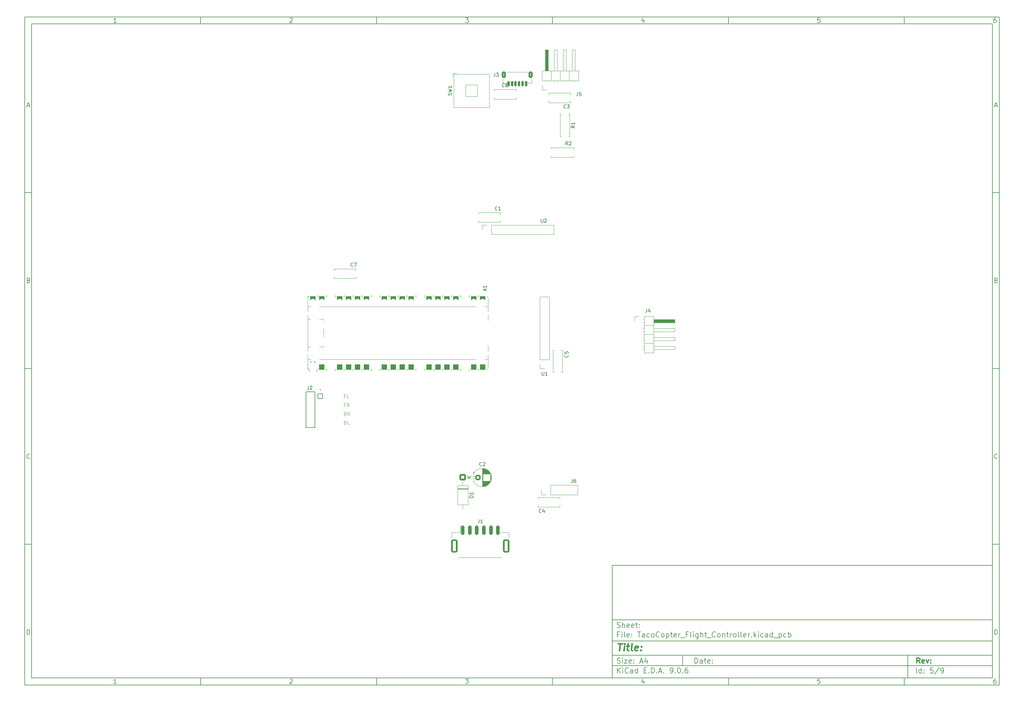
<source format=gto>
%TF.GenerationSoftware,KiCad,Pcbnew,9.0.6*%
%TF.CreationDate,2025-12-23T20:00:03-05:00*%
%TF.ProjectId,TacoCopter_Flight_Controller,5461636f-436f-4707-9465-725f466c6967,rev?*%
%TF.SameCoordinates,Original*%
%TF.FileFunction,Legend,Top*%
%TF.FilePolarity,Positive*%
%FSLAX46Y46*%
G04 Gerber Fmt 4.6, Leading zero omitted, Abs format (unit mm)*
G04 Created by KiCad (PCBNEW 9.0.6) date 2025-12-23 20:00:03*
%MOMM*%
%LPD*%
G01*
G04 APERTURE LIST*
G04 Aperture macros list*
%AMRoundRect*
0 Rectangle with rounded corners*
0 $1 Rounding radius*
0 $2 $3 $4 $5 $6 $7 $8 $9 X,Y pos of 4 corners*
0 Add a 4 corners polygon primitive as box body*
4,1,4,$2,$3,$4,$5,$6,$7,$8,$9,$2,$3,0*
0 Add four circle primitives for the rounded corners*
1,1,$1+$1,$2,$3*
1,1,$1+$1,$4,$5*
1,1,$1+$1,$6,$7*
1,1,$1+$1,$8,$9*
0 Add four rect primitives between the rounded corners*
20,1,$1+$1,$2,$3,$4,$5,0*
20,1,$1+$1,$4,$5,$6,$7,0*
20,1,$1+$1,$6,$7,$8,$9,0*
20,1,$1+$1,$8,$9,$2,$3,0*%
%AMFreePoly0*
4,1,37,0.800000,0.796148,0.878414,0.796148,1.032228,0.765552,1.177117,0.705537,1.307515,0.618408,1.418408,0.507515,1.505537,0.377117,1.565552,0.232228,1.596148,0.078414,1.596148,-0.078414,1.565552,-0.232228,1.505537,-0.377117,1.418408,-0.507515,1.307515,-0.618408,1.177117,-0.705537,1.032228,-0.765552,0.878414,-0.796148,0.800000,-0.796148,0.800000,-0.800000,-1.400000,-0.800000,
-1.403843,-0.796157,-1.439018,-0.796157,-1.511114,-0.766294,-1.566294,-0.711114,-1.596157,-0.639018,-1.596157,-0.603843,-1.600000,-0.600000,-1.600000,0.600000,-1.596157,0.603843,-1.596157,0.639018,-1.566294,0.711114,-1.511114,0.766294,-1.439018,0.796157,-1.403843,0.796157,-1.400000,0.800000,0.800000,0.800000,0.800000,0.796148,0.800000,0.796148,$1*%
%AMFreePoly1*
4,1,37,0.000000,0.796148,0.078414,0.796148,0.232228,0.765552,0.377117,0.705537,0.507515,0.618408,0.618408,0.507515,0.705537,0.377117,0.765552,0.232228,0.796148,0.078414,0.796148,-0.078414,0.765552,-0.232228,0.705537,-0.377117,0.618408,-0.507515,0.507515,-0.618408,0.377117,-0.705537,0.232228,-0.765552,0.078414,-0.796148,0.000000,-0.796148,0.000000,-0.800000,-0.600000,-0.800000,
-0.603843,-0.796157,-0.639018,-0.796157,-0.711114,-0.766294,-0.766294,-0.711114,-0.796157,-0.639018,-0.796157,-0.603843,-0.800000,-0.600000,-0.800000,0.600000,-0.796157,0.603843,-0.796157,0.639018,-0.766294,0.711114,-0.711114,0.766294,-0.639018,0.796157,-0.603843,0.796157,-0.600000,0.800000,0.000000,0.800000,0.000000,0.796148,0.000000,0.796148,$1*%
%AMFreePoly2*
4,1,37,0.603843,0.796157,0.639018,0.796157,0.711114,0.766294,0.766294,0.711114,0.796157,0.639018,0.796157,0.603843,0.800000,0.600000,0.800000,-0.600000,0.796157,-0.603843,0.796157,-0.639018,0.766294,-0.711114,0.711114,-0.766294,0.639018,-0.796157,0.603843,-0.796157,0.600000,-0.800000,0.000000,-0.800000,0.000000,-0.796148,-0.078414,-0.796148,-0.232228,-0.765552,-0.377117,-0.705537,
-0.507515,-0.618408,-0.618408,-0.507515,-0.705537,-0.377117,-0.765552,-0.232228,-0.796148,-0.078414,-0.796148,0.078414,-0.765552,0.232228,-0.705537,0.377117,-0.618408,0.507515,-0.507515,0.618408,-0.377117,0.705537,-0.232228,0.765552,-0.078414,0.796148,0.000000,0.796148,0.000000,0.800000,0.600000,0.800000,0.603843,0.796157,0.603843,0.796157,$1*%
%AMFreePoly3*
4,1,37,1.403843,0.796157,1.439018,0.796157,1.511114,0.766294,1.566294,0.711114,1.596157,0.639018,1.596157,0.603843,1.600000,0.600000,1.600000,-0.600000,1.596157,-0.603843,1.596157,-0.639018,1.566294,-0.711114,1.511114,-0.766294,1.439018,-0.796157,1.403843,-0.796157,1.400000,-0.800000,-0.800000,-0.800000,-0.800000,-0.796148,-0.878414,-0.796148,-1.032228,-0.765552,-1.177117,-0.705537,
-1.307515,-0.618408,-1.418408,-0.507515,-1.505537,-0.377117,-1.565552,-0.232228,-1.596148,-0.078414,-1.596148,0.078414,-1.565552,0.232228,-1.505537,0.377117,-1.418408,0.507515,-1.307515,0.618408,-1.177117,0.705537,-1.032228,0.765552,-0.878414,0.796148,-0.800000,0.796148,-0.800000,0.800000,1.400000,0.800000,1.403843,0.796157,1.403843,0.796157,$1*%
G04 Aperture macros list end*
%ADD10C,0.100000*%
%ADD11C,0.150000*%
%ADD12C,0.300000*%
%ADD13C,0.400000*%
%ADD14C,0.120000*%
%ADD15C,0.200000*%
%ADD16RoundRect,0.150000X-0.150000X-0.625000X0.150000X-0.625000X0.150000X0.625000X-0.150000X0.625000X0*%
%ADD17RoundRect,0.250000X-0.350000X-0.650000X0.350000X-0.650000X0.350000X0.650000X-0.350000X0.650000X0*%
%ADD18R,1.700000X1.700000*%
%ADD19C,1.700000*%
%ADD20RoundRect,0.800000X0.000010X-0.800000X0.000010X0.800000X-0.000010X0.800000X-0.000010X-0.800000X0*%
%ADD21C,1.600000*%
%ADD22FreePoly0,90.000000*%
%ADD23FreePoly1,90.000000*%
%ADD24FreePoly2,90.000000*%
%ADD25FreePoly3,90.000000*%
%ADD26RoundRect,0.200000X0.600000X-0.600000X0.600000X0.600000X-0.600000X0.600000X-0.600000X-0.600000X0*%
%ADD27C,2.200000*%
%ADD28C,1.850000*%
%ADD29RoundRect,0.250000X-0.550000X-0.550000X0.550000X-0.550000X0.550000X0.550000X-0.550000X0.550000X0*%
%ADD30RoundRect,0.250000X-0.250000X-1.100000X0.250000X-1.100000X0.250000X1.100000X-0.250000X1.100000X0*%
%ADD31RoundRect,0.250000X-0.650000X-1.650000X0.650000X-1.650000X0.650000X1.650000X-0.650000X1.650000X0*%
%ADD32RoundRect,0.102000X-0.685000X0.685000X-0.685000X-0.685000X0.685000X-0.685000X0.685000X0.685000X0*%
%ADD33C,1.574000*%
%ADD34RoundRect,0.250000X-0.650000X0.650000X-0.650000X-0.650000X0.650000X-0.650000X0.650000X0.650000X0*%
%ADD35C,1.800000*%
%ADD36R,1.800000X1.800000*%
G04 APERTURE END LIST*
D10*
D11*
X177002200Y-166007200D02*
X285002200Y-166007200D01*
X285002200Y-198007200D01*
X177002200Y-198007200D01*
X177002200Y-166007200D01*
D10*
D11*
X10000000Y-10000000D02*
X287002200Y-10000000D01*
X287002200Y-200007200D01*
X10000000Y-200007200D01*
X10000000Y-10000000D01*
D10*
D11*
X12000000Y-12000000D02*
X285002200Y-12000000D01*
X285002200Y-198007200D01*
X12000000Y-198007200D01*
X12000000Y-12000000D01*
D10*
D11*
X60000000Y-12000000D02*
X60000000Y-10000000D01*
D10*
D11*
X110000000Y-12000000D02*
X110000000Y-10000000D01*
D10*
D11*
X160000000Y-12000000D02*
X160000000Y-10000000D01*
D10*
D11*
X210000000Y-12000000D02*
X210000000Y-10000000D01*
D10*
D11*
X260000000Y-12000000D02*
X260000000Y-10000000D01*
D10*
D11*
X36089160Y-11593604D02*
X35346303Y-11593604D01*
X35717731Y-11593604D02*
X35717731Y-10293604D01*
X35717731Y-10293604D02*
X35593922Y-10479319D01*
X35593922Y-10479319D02*
X35470112Y-10603128D01*
X35470112Y-10603128D02*
X35346303Y-10665033D01*
D10*
D11*
X85346303Y-10417414D02*
X85408207Y-10355509D01*
X85408207Y-10355509D02*
X85532017Y-10293604D01*
X85532017Y-10293604D02*
X85841541Y-10293604D01*
X85841541Y-10293604D02*
X85965350Y-10355509D01*
X85965350Y-10355509D02*
X86027255Y-10417414D01*
X86027255Y-10417414D02*
X86089160Y-10541223D01*
X86089160Y-10541223D02*
X86089160Y-10665033D01*
X86089160Y-10665033D02*
X86027255Y-10850747D01*
X86027255Y-10850747D02*
X85284398Y-11593604D01*
X85284398Y-11593604D02*
X86089160Y-11593604D01*
D10*
D11*
X135284398Y-10293604D02*
X136089160Y-10293604D01*
X136089160Y-10293604D02*
X135655826Y-10788842D01*
X135655826Y-10788842D02*
X135841541Y-10788842D01*
X135841541Y-10788842D02*
X135965350Y-10850747D01*
X135965350Y-10850747D02*
X136027255Y-10912652D01*
X136027255Y-10912652D02*
X136089160Y-11036461D01*
X136089160Y-11036461D02*
X136089160Y-11345985D01*
X136089160Y-11345985D02*
X136027255Y-11469795D01*
X136027255Y-11469795D02*
X135965350Y-11531700D01*
X135965350Y-11531700D02*
X135841541Y-11593604D01*
X135841541Y-11593604D02*
X135470112Y-11593604D01*
X135470112Y-11593604D02*
X135346303Y-11531700D01*
X135346303Y-11531700D02*
X135284398Y-11469795D01*
D10*
D11*
X185965350Y-10726938D02*
X185965350Y-11593604D01*
X185655826Y-10231700D02*
X185346303Y-11160271D01*
X185346303Y-11160271D02*
X186151064Y-11160271D01*
D10*
D11*
X236027255Y-10293604D02*
X235408207Y-10293604D01*
X235408207Y-10293604D02*
X235346303Y-10912652D01*
X235346303Y-10912652D02*
X235408207Y-10850747D01*
X235408207Y-10850747D02*
X235532017Y-10788842D01*
X235532017Y-10788842D02*
X235841541Y-10788842D01*
X235841541Y-10788842D02*
X235965350Y-10850747D01*
X235965350Y-10850747D02*
X236027255Y-10912652D01*
X236027255Y-10912652D02*
X236089160Y-11036461D01*
X236089160Y-11036461D02*
X236089160Y-11345985D01*
X236089160Y-11345985D02*
X236027255Y-11469795D01*
X236027255Y-11469795D02*
X235965350Y-11531700D01*
X235965350Y-11531700D02*
X235841541Y-11593604D01*
X235841541Y-11593604D02*
X235532017Y-11593604D01*
X235532017Y-11593604D02*
X235408207Y-11531700D01*
X235408207Y-11531700D02*
X235346303Y-11469795D01*
D10*
D11*
X285965350Y-10293604D02*
X285717731Y-10293604D01*
X285717731Y-10293604D02*
X285593922Y-10355509D01*
X285593922Y-10355509D02*
X285532017Y-10417414D01*
X285532017Y-10417414D02*
X285408207Y-10603128D01*
X285408207Y-10603128D02*
X285346303Y-10850747D01*
X285346303Y-10850747D02*
X285346303Y-11345985D01*
X285346303Y-11345985D02*
X285408207Y-11469795D01*
X285408207Y-11469795D02*
X285470112Y-11531700D01*
X285470112Y-11531700D02*
X285593922Y-11593604D01*
X285593922Y-11593604D02*
X285841541Y-11593604D01*
X285841541Y-11593604D02*
X285965350Y-11531700D01*
X285965350Y-11531700D02*
X286027255Y-11469795D01*
X286027255Y-11469795D02*
X286089160Y-11345985D01*
X286089160Y-11345985D02*
X286089160Y-11036461D01*
X286089160Y-11036461D02*
X286027255Y-10912652D01*
X286027255Y-10912652D02*
X285965350Y-10850747D01*
X285965350Y-10850747D02*
X285841541Y-10788842D01*
X285841541Y-10788842D02*
X285593922Y-10788842D01*
X285593922Y-10788842D02*
X285470112Y-10850747D01*
X285470112Y-10850747D02*
X285408207Y-10912652D01*
X285408207Y-10912652D02*
X285346303Y-11036461D01*
D10*
D11*
X60000000Y-198007200D02*
X60000000Y-200007200D01*
D10*
D11*
X110000000Y-198007200D02*
X110000000Y-200007200D01*
D10*
D11*
X160000000Y-198007200D02*
X160000000Y-200007200D01*
D10*
D11*
X210000000Y-198007200D02*
X210000000Y-200007200D01*
D10*
D11*
X260000000Y-198007200D02*
X260000000Y-200007200D01*
D10*
D11*
X36089160Y-199600804D02*
X35346303Y-199600804D01*
X35717731Y-199600804D02*
X35717731Y-198300804D01*
X35717731Y-198300804D02*
X35593922Y-198486519D01*
X35593922Y-198486519D02*
X35470112Y-198610328D01*
X35470112Y-198610328D02*
X35346303Y-198672233D01*
D10*
D11*
X85346303Y-198424614D02*
X85408207Y-198362709D01*
X85408207Y-198362709D02*
X85532017Y-198300804D01*
X85532017Y-198300804D02*
X85841541Y-198300804D01*
X85841541Y-198300804D02*
X85965350Y-198362709D01*
X85965350Y-198362709D02*
X86027255Y-198424614D01*
X86027255Y-198424614D02*
X86089160Y-198548423D01*
X86089160Y-198548423D02*
X86089160Y-198672233D01*
X86089160Y-198672233D02*
X86027255Y-198857947D01*
X86027255Y-198857947D02*
X85284398Y-199600804D01*
X85284398Y-199600804D02*
X86089160Y-199600804D01*
D10*
D11*
X135284398Y-198300804D02*
X136089160Y-198300804D01*
X136089160Y-198300804D02*
X135655826Y-198796042D01*
X135655826Y-198796042D02*
X135841541Y-198796042D01*
X135841541Y-198796042D02*
X135965350Y-198857947D01*
X135965350Y-198857947D02*
X136027255Y-198919852D01*
X136027255Y-198919852D02*
X136089160Y-199043661D01*
X136089160Y-199043661D02*
X136089160Y-199353185D01*
X136089160Y-199353185D02*
X136027255Y-199476995D01*
X136027255Y-199476995D02*
X135965350Y-199538900D01*
X135965350Y-199538900D02*
X135841541Y-199600804D01*
X135841541Y-199600804D02*
X135470112Y-199600804D01*
X135470112Y-199600804D02*
X135346303Y-199538900D01*
X135346303Y-199538900D02*
X135284398Y-199476995D01*
D10*
D11*
X185965350Y-198734138D02*
X185965350Y-199600804D01*
X185655826Y-198238900D02*
X185346303Y-199167471D01*
X185346303Y-199167471D02*
X186151064Y-199167471D01*
D10*
D11*
X236027255Y-198300804D02*
X235408207Y-198300804D01*
X235408207Y-198300804D02*
X235346303Y-198919852D01*
X235346303Y-198919852D02*
X235408207Y-198857947D01*
X235408207Y-198857947D02*
X235532017Y-198796042D01*
X235532017Y-198796042D02*
X235841541Y-198796042D01*
X235841541Y-198796042D02*
X235965350Y-198857947D01*
X235965350Y-198857947D02*
X236027255Y-198919852D01*
X236027255Y-198919852D02*
X236089160Y-199043661D01*
X236089160Y-199043661D02*
X236089160Y-199353185D01*
X236089160Y-199353185D02*
X236027255Y-199476995D01*
X236027255Y-199476995D02*
X235965350Y-199538900D01*
X235965350Y-199538900D02*
X235841541Y-199600804D01*
X235841541Y-199600804D02*
X235532017Y-199600804D01*
X235532017Y-199600804D02*
X235408207Y-199538900D01*
X235408207Y-199538900D02*
X235346303Y-199476995D01*
D10*
D11*
X285965350Y-198300804D02*
X285717731Y-198300804D01*
X285717731Y-198300804D02*
X285593922Y-198362709D01*
X285593922Y-198362709D02*
X285532017Y-198424614D01*
X285532017Y-198424614D02*
X285408207Y-198610328D01*
X285408207Y-198610328D02*
X285346303Y-198857947D01*
X285346303Y-198857947D02*
X285346303Y-199353185D01*
X285346303Y-199353185D02*
X285408207Y-199476995D01*
X285408207Y-199476995D02*
X285470112Y-199538900D01*
X285470112Y-199538900D02*
X285593922Y-199600804D01*
X285593922Y-199600804D02*
X285841541Y-199600804D01*
X285841541Y-199600804D02*
X285965350Y-199538900D01*
X285965350Y-199538900D02*
X286027255Y-199476995D01*
X286027255Y-199476995D02*
X286089160Y-199353185D01*
X286089160Y-199353185D02*
X286089160Y-199043661D01*
X286089160Y-199043661D02*
X286027255Y-198919852D01*
X286027255Y-198919852D02*
X285965350Y-198857947D01*
X285965350Y-198857947D02*
X285841541Y-198796042D01*
X285841541Y-198796042D02*
X285593922Y-198796042D01*
X285593922Y-198796042D02*
X285470112Y-198857947D01*
X285470112Y-198857947D02*
X285408207Y-198919852D01*
X285408207Y-198919852D02*
X285346303Y-199043661D01*
D10*
D11*
X10000000Y-60000000D02*
X12000000Y-60000000D01*
D10*
D11*
X10000000Y-110000000D02*
X12000000Y-110000000D01*
D10*
D11*
X10000000Y-160000000D02*
X12000000Y-160000000D01*
D10*
D11*
X10690476Y-35222176D02*
X11309523Y-35222176D01*
X10566666Y-35593604D02*
X10999999Y-34293604D01*
X10999999Y-34293604D02*
X11433333Y-35593604D01*
D10*
D11*
X11092857Y-84912652D02*
X11278571Y-84974557D01*
X11278571Y-84974557D02*
X11340476Y-85036461D01*
X11340476Y-85036461D02*
X11402380Y-85160271D01*
X11402380Y-85160271D02*
X11402380Y-85345985D01*
X11402380Y-85345985D02*
X11340476Y-85469795D01*
X11340476Y-85469795D02*
X11278571Y-85531700D01*
X11278571Y-85531700D02*
X11154761Y-85593604D01*
X11154761Y-85593604D02*
X10659523Y-85593604D01*
X10659523Y-85593604D02*
X10659523Y-84293604D01*
X10659523Y-84293604D02*
X11092857Y-84293604D01*
X11092857Y-84293604D02*
X11216666Y-84355509D01*
X11216666Y-84355509D02*
X11278571Y-84417414D01*
X11278571Y-84417414D02*
X11340476Y-84541223D01*
X11340476Y-84541223D02*
X11340476Y-84665033D01*
X11340476Y-84665033D02*
X11278571Y-84788842D01*
X11278571Y-84788842D02*
X11216666Y-84850747D01*
X11216666Y-84850747D02*
X11092857Y-84912652D01*
X11092857Y-84912652D02*
X10659523Y-84912652D01*
D10*
D11*
X11402380Y-135469795D02*
X11340476Y-135531700D01*
X11340476Y-135531700D02*
X11154761Y-135593604D01*
X11154761Y-135593604D02*
X11030952Y-135593604D01*
X11030952Y-135593604D02*
X10845238Y-135531700D01*
X10845238Y-135531700D02*
X10721428Y-135407890D01*
X10721428Y-135407890D02*
X10659523Y-135284080D01*
X10659523Y-135284080D02*
X10597619Y-135036461D01*
X10597619Y-135036461D02*
X10597619Y-134850747D01*
X10597619Y-134850747D02*
X10659523Y-134603128D01*
X10659523Y-134603128D02*
X10721428Y-134479319D01*
X10721428Y-134479319D02*
X10845238Y-134355509D01*
X10845238Y-134355509D02*
X11030952Y-134293604D01*
X11030952Y-134293604D02*
X11154761Y-134293604D01*
X11154761Y-134293604D02*
X11340476Y-134355509D01*
X11340476Y-134355509D02*
X11402380Y-134417414D01*
D10*
D11*
X10659523Y-185593604D02*
X10659523Y-184293604D01*
X10659523Y-184293604D02*
X10969047Y-184293604D01*
X10969047Y-184293604D02*
X11154761Y-184355509D01*
X11154761Y-184355509D02*
X11278571Y-184479319D01*
X11278571Y-184479319D02*
X11340476Y-184603128D01*
X11340476Y-184603128D02*
X11402380Y-184850747D01*
X11402380Y-184850747D02*
X11402380Y-185036461D01*
X11402380Y-185036461D02*
X11340476Y-185284080D01*
X11340476Y-185284080D02*
X11278571Y-185407890D01*
X11278571Y-185407890D02*
X11154761Y-185531700D01*
X11154761Y-185531700D02*
X10969047Y-185593604D01*
X10969047Y-185593604D02*
X10659523Y-185593604D01*
D10*
D11*
X287002200Y-60000000D02*
X285002200Y-60000000D01*
D10*
D11*
X287002200Y-110000000D02*
X285002200Y-110000000D01*
D10*
D11*
X287002200Y-160000000D02*
X285002200Y-160000000D01*
D10*
D11*
X285692676Y-35222176D02*
X286311723Y-35222176D01*
X285568866Y-35593604D02*
X286002199Y-34293604D01*
X286002199Y-34293604D02*
X286435533Y-35593604D01*
D10*
D11*
X286095057Y-84912652D02*
X286280771Y-84974557D01*
X286280771Y-84974557D02*
X286342676Y-85036461D01*
X286342676Y-85036461D02*
X286404580Y-85160271D01*
X286404580Y-85160271D02*
X286404580Y-85345985D01*
X286404580Y-85345985D02*
X286342676Y-85469795D01*
X286342676Y-85469795D02*
X286280771Y-85531700D01*
X286280771Y-85531700D02*
X286156961Y-85593604D01*
X286156961Y-85593604D02*
X285661723Y-85593604D01*
X285661723Y-85593604D02*
X285661723Y-84293604D01*
X285661723Y-84293604D02*
X286095057Y-84293604D01*
X286095057Y-84293604D02*
X286218866Y-84355509D01*
X286218866Y-84355509D02*
X286280771Y-84417414D01*
X286280771Y-84417414D02*
X286342676Y-84541223D01*
X286342676Y-84541223D02*
X286342676Y-84665033D01*
X286342676Y-84665033D02*
X286280771Y-84788842D01*
X286280771Y-84788842D02*
X286218866Y-84850747D01*
X286218866Y-84850747D02*
X286095057Y-84912652D01*
X286095057Y-84912652D02*
X285661723Y-84912652D01*
D10*
D11*
X286404580Y-135469795D02*
X286342676Y-135531700D01*
X286342676Y-135531700D02*
X286156961Y-135593604D01*
X286156961Y-135593604D02*
X286033152Y-135593604D01*
X286033152Y-135593604D02*
X285847438Y-135531700D01*
X285847438Y-135531700D02*
X285723628Y-135407890D01*
X285723628Y-135407890D02*
X285661723Y-135284080D01*
X285661723Y-135284080D02*
X285599819Y-135036461D01*
X285599819Y-135036461D02*
X285599819Y-134850747D01*
X285599819Y-134850747D02*
X285661723Y-134603128D01*
X285661723Y-134603128D02*
X285723628Y-134479319D01*
X285723628Y-134479319D02*
X285847438Y-134355509D01*
X285847438Y-134355509D02*
X286033152Y-134293604D01*
X286033152Y-134293604D02*
X286156961Y-134293604D01*
X286156961Y-134293604D02*
X286342676Y-134355509D01*
X286342676Y-134355509D02*
X286404580Y-134417414D01*
D10*
D11*
X285661723Y-185593604D02*
X285661723Y-184293604D01*
X285661723Y-184293604D02*
X285971247Y-184293604D01*
X285971247Y-184293604D02*
X286156961Y-184355509D01*
X286156961Y-184355509D02*
X286280771Y-184479319D01*
X286280771Y-184479319D02*
X286342676Y-184603128D01*
X286342676Y-184603128D02*
X286404580Y-184850747D01*
X286404580Y-184850747D02*
X286404580Y-185036461D01*
X286404580Y-185036461D02*
X286342676Y-185284080D01*
X286342676Y-185284080D02*
X286280771Y-185407890D01*
X286280771Y-185407890D02*
X286156961Y-185531700D01*
X286156961Y-185531700D02*
X285971247Y-185593604D01*
X285971247Y-185593604D02*
X285661723Y-185593604D01*
D10*
D11*
X200458026Y-193793328D02*
X200458026Y-192293328D01*
X200458026Y-192293328D02*
X200815169Y-192293328D01*
X200815169Y-192293328D02*
X201029455Y-192364757D01*
X201029455Y-192364757D02*
X201172312Y-192507614D01*
X201172312Y-192507614D02*
X201243741Y-192650471D01*
X201243741Y-192650471D02*
X201315169Y-192936185D01*
X201315169Y-192936185D02*
X201315169Y-193150471D01*
X201315169Y-193150471D02*
X201243741Y-193436185D01*
X201243741Y-193436185D02*
X201172312Y-193579042D01*
X201172312Y-193579042D02*
X201029455Y-193721900D01*
X201029455Y-193721900D02*
X200815169Y-193793328D01*
X200815169Y-193793328D02*
X200458026Y-193793328D01*
X202600884Y-193793328D02*
X202600884Y-193007614D01*
X202600884Y-193007614D02*
X202529455Y-192864757D01*
X202529455Y-192864757D02*
X202386598Y-192793328D01*
X202386598Y-192793328D02*
X202100884Y-192793328D01*
X202100884Y-192793328D02*
X201958026Y-192864757D01*
X202600884Y-193721900D02*
X202458026Y-193793328D01*
X202458026Y-193793328D02*
X202100884Y-193793328D01*
X202100884Y-193793328D02*
X201958026Y-193721900D01*
X201958026Y-193721900D02*
X201886598Y-193579042D01*
X201886598Y-193579042D02*
X201886598Y-193436185D01*
X201886598Y-193436185D02*
X201958026Y-193293328D01*
X201958026Y-193293328D02*
X202100884Y-193221900D01*
X202100884Y-193221900D02*
X202458026Y-193221900D01*
X202458026Y-193221900D02*
X202600884Y-193150471D01*
X203100884Y-192793328D02*
X203672312Y-192793328D01*
X203315169Y-192293328D02*
X203315169Y-193579042D01*
X203315169Y-193579042D02*
X203386598Y-193721900D01*
X203386598Y-193721900D02*
X203529455Y-193793328D01*
X203529455Y-193793328D02*
X203672312Y-193793328D01*
X204743741Y-193721900D02*
X204600884Y-193793328D01*
X204600884Y-193793328D02*
X204315170Y-193793328D01*
X204315170Y-193793328D02*
X204172312Y-193721900D01*
X204172312Y-193721900D02*
X204100884Y-193579042D01*
X204100884Y-193579042D02*
X204100884Y-193007614D01*
X204100884Y-193007614D02*
X204172312Y-192864757D01*
X204172312Y-192864757D02*
X204315170Y-192793328D01*
X204315170Y-192793328D02*
X204600884Y-192793328D01*
X204600884Y-192793328D02*
X204743741Y-192864757D01*
X204743741Y-192864757D02*
X204815170Y-193007614D01*
X204815170Y-193007614D02*
X204815170Y-193150471D01*
X204815170Y-193150471D02*
X204100884Y-193293328D01*
X205458026Y-193650471D02*
X205529455Y-193721900D01*
X205529455Y-193721900D02*
X205458026Y-193793328D01*
X205458026Y-193793328D02*
X205386598Y-193721900D01*
X205386598Y-193721900D02*
X205458026Y-193650471D01*
X205458026Y-193650471D02*
X205458026Y-193793328D01*
X205458026Y-192864757D02*
X205529455Y-192936185D01*
X205529455Y-192936185D02*
X205458026Y-193007614D01*
X205458026Y-193007614D02*
X205386598Y-192936185D01*
X205386598Y-192936185D02*
X205458026Y-192864757D01*
X205458026Y-192864757D02*
X205458026Y-193007614D01*
D10*
D11*
X177002200Y-194507200D02*
X285002200Y-194507200D01*
D10*
D11*
X178458026Y-196593328D02*
X178458026Y-195093328D01*
X179315169Y-196593328D02*
X178672312Y-195736185D01*
X179315169Y-195093328D02*
X178458026Y-195950471D01*
X179958026Y-196593328D02*
X179958026Y-195593328D01*
X179958026Y-195093328D02*
X179886598Y-195164757D01*
X179886598Y-195164757D02*
X179958026Y-195236185D01*
X179958026Y-195236185D02*
X180029455Y-195164757D01*
X180029455Y-195164757D02*
X179958026Y-195093328D01*
X179958026Y-195093328D02*
X179958026Y-195236185D01*
X181529455Y-196450471D02*
X181458027Y-196521900D01*
X181458027Y-196521900D02*
X181243741Y-196593328D01*
X181243741Y-196593328D02*
X181100884Y-196593328D01*
X181100884Y-196593328D02*
X180886598Y-196521900D01*
X180886598Y-196521900D02*
X180743741Y-196379042D01*
X180743741Y-196379042D02*
X180672312Y-196236185D01*
X180672312Y-196236185D02*
X180600884Y-195950471D01*
X180600884Y-195950471D02*
X180600884Y-195736185D01*
X180600884Y-195736185D02*
X180672312Y-195450471D01*
X180672312Y-195450471D02*
X180743741Y-195307614D01*
X180743741Y-195307614D02*
X180886598Y-195164757D01*
X180886598Y-195164757D02*
X181100884Y-195093328D01*
X181100884Y-195093328D02*
X181243741Y-195093328D01*
X181243741Y-195093328D02*
X181458027Y-195164757D01*
X181458027Y-195164757D02*
X181529455Y-195236185D01*
X182815170Y-196593328D02*
X182815170Y-195807614D01*
X182815170Y-195807614D02*
X182743741Y-195664757D01*
X182743741Y-195664757D02*
X182600884Y-195593328D01*
X182600884Y-195593328D02*
X182315170Y-195593328D01*
X182315170Y-195593328D02*
X182172312Y-195664757D01*
X182815170Y-196521900D02*
X182672312Y-196593328D01*
X182672312Y-196593328D02*
X182315170Y-196593328D01*
X182315170Y-196593328D02*
X182172312Y-196521900D01*
X182172312Y-196521900D02*
X182100884Y-196379042D01*
X182100884Y-196379042D02*
X182100884Y-196236185D01*
X182100884Y-196236185D02*
X182172312Y-196093328D01*
X182172312Y-196093328D02*
X182315170Y-196021900D01*
X182315170Y-196021900D02*
X182672312Y-196021900D01*
X182672312Y-196021900D02*
X182815170Y-195950471D01*
X184172313Y-196593328D02*
X184172313Y-195093328D01*
X184172313Y-196521900D02*
X184029455Y-196593328D01*
X184029455Y-196593328D02*
X183743741Y-196593328D01*
X183743741Y-196593328D02*
X183600884Y-196521900D01*
X183600884Y-196521900D02*
X183529455Y-196450471D01*
X183529455Y-196450471D02*
X183458027Y-196307614D01*
X183458027Y-196307614D02*
X183458027Y-195879042D01*
X183458027Y-195879042D02*
X183529455Y-195736185D01*
X183529455Y-195736185D02*
X183600884Y-195664757D01*
X183600884Y-195664757D02*
X183743741Y-195593328D01*
X183743741Y-195593328D02*
X184029455Y-195593328D01*
X184029455Y-195593328D02*
X184172313Y-195664757D01*
X186029455Y-195807614D02*
X186529455Y-195807614D01*
X186743741Y-196593328D02*
X186029455Y-196593328D01*
X186029455Y-196593328D02*
X186029455Y-195093328D01*
X186029455Y-195093328D02*
X186743741Y-195093328D01*
X187386598Y-196450471D02*
X187458027Y-196521900D01*
X187458027Y-196521900D02*
X187386598Y-196593328D01*
X187386598Y-196593328D02*
X187315170Y-196521900D01*
X187315170Y-196521900D02*
X187386598Y-196450471D01*
X187386598Y-196450471D02*
X187386598Y-196593328D01*
X188100884Y-196593328D02*
X188100884Y-195093328D01*
X188100884Y-195093328D02*
X188458027Y-195093328D01*
X188458027Y-195093328D02*
X188672313Y-195164757D01*
X188672313Y-195164757D02*
X188815170Y-195307614D01*
X188815170Y-195307614D02*
X188886599Y-195450471D01*
X188886599Y-195450471D02*
X188958027Y-195736185D01*
X188958027Y-195736185D02*
X188958027Y-195950471D01*
X188958027Y-195950471D02*
X188886599Y-196236185D01*
X188886599Y-196236185D02*
X188815170Y-196379042D01*
X188815170Y-196379042D02*
X188672313Y-196521900D01*
X188672313Y-196521900D02*
X188458027Y-196593328D01*
X188458027Y-196593328D02*
X188100884Y-196593328D01*
X189600884Y-196450471D02*
X189672313Y-196521900D01*
X189672313Y-196521900D02*
X189600884Y-196593328D01*
X189600884Y-196593328D02*
X189529456Y-196521900D01*
X189529456Y-196521900D02*
X189600884Y-196450471D01*
X189600884Y-196450471D02*
X189600884Y-196593328D01*
X190243742Y-196164757D02*
X190958028Y-196164757D01*
X190100885Y-196593328D02*
X190600885Y-195093328D01*
X190600885Y-195093328D02*
X191100885Y-196593328D01*
X191600884Y-196450471D02*
X191672313Y-196521900D01*
X191672313Y-196521900D02*
X191600884Y-196593328D01*
X191600884Y-196593328D02*
X191529456Y-196521900D01*
X191529456Y-196521900D02*
X191600884Y-196450471D01*
X191600884Y-196450471D02*
X191600884Y-196593328D01*
X193529456Y-196593328D02*
X193815170Y-196593328D01*
X193815170Y-196593328D02*
X193958027Y-196521900D01*
X193958027Y-196521900D02*
X194029456Y-196450471D01*
X194029456Y-196450471D02*
X194172313Y-196236185D01*
X194172313Y-196236185D02*
X194243742Y-195950471D01*
X194243742Y-195950471D02*
X194243742Y-195379042D01*
X194243742Y-195379042D02*
X194172313Y-195236185D01*
X194172313Y-195236185D02*
X194100885Y-195164757D01*
X194100885Y-195164757D02*
X193958027Y-195093328D01*
X193958027Y-195093328D02*
X193672313Y-195093328D01*
X193672313Y-195093328D02*
X193529456Y-195164757D01*
X193529456Y-195164757D02*
X193458027Y-195236185D01*
X193458027Y-195236185D02*
X193386599Y-195379042D01*
X193386599Y-195379042D02*
X193386599Y-195736185D01*
X193386599Y-195736185D02*
X193458027Y-195879042D01*
X193458027Y-195879042D02*
X193529456Y-195950471D01*
X193529456Y-195950471D02*
X193672313Y-196021900D01*
X193672313Y-196021900D02*
X193958027Y-196021900D01*
X193958027Y-196021900D02*
X194100885Y-195950471D01*
X194100885Y-195950471D02*
X194172313Y-195879042D01*
X194172313Y-195879042D02*
X194243742Y-195736185D01*
X194886598Y-196450471D02*
X194958027Y-196521900D01*
X194958027Y-196521900D02*
X194886598Y-196593328D01*
X194886598Y-196593328D02*
X194815170Y-196521900D01*
X194815170Y-196521900D02*
X194886598Y-196450471D01*
X194886598Y-196450471D02*
X194886598Y-196593328D01*
X195886599Y-195093328D02*
X196029456Y-195093328D01*
X196029456Y-195093328D02*
X196172313Y-195164757D01*
X196172313Y-195164757D02*
X196243742Y-195236185D01*
X196243742Y-195236185D02*
X196315170Y-195379042D01*
X196315170Y-195379042D02*
X196386599Y-195664757D01*
X196386599Y-195664757D02*
X196386599Y-196021900D01*
X196386599Y-196021900D02*
X196315170Y-196307614D01*
X196315170Y-196307614D02*
X196243742Y-196450471D01*
X196243742Y-196450471D02*
X196172313Y-196521900D01*
X196172313Y-196521900D02*
X196029456Y-196593328D01*
X196029456Y-196593328D02*
X195886599Y-196593328D01*
X195886599Y-196593328D02*
X195743742Y-196521900D01*
X195743742Y-196521900D02*
X195672313Y-196450471D01*
X195672313Y-196450471D02*
X195600884Y-196307614D01*
X195600884Y-196307614D02*
X195529456Y-196021900D01*
X195529456Y-196021900D02*
X195529456Y-195664757D01*
X195529456Y-195664757D02*
X195600884Y-195379042D01*
X195600884Y-195379042D02*
X195672313Y-195236185D01*
X195672313Y-195236185D02*
X195743742Y-195164757D01*
X195743742Y-195164757D02*
X195886599Y-195093328D01*
X197029455Y-196450471D02*
X197100884Y-196521900D01*
X197100884Y-196521900D02*
X197029455Y-196593328D01*
X197029455Y-196593328D02*
X196958027Y-196521900D01*
X196958027Y-196521900D02*
X197029455Y-196450471D01*
X197029455Y-196450471D02*
X197029455Y-196593328D01*
X198386599Y-195093328D02*
X198100884Y-195093328D01*
X198100884Y-195093328D02*
X197958027Y-195164757D01*
X197958027Y-195164757D02*
X197886599Y-195236185D01*
X197886599Y-195236185D02*
X197743741Y-195450471D01*
X197743741Y-195450471D02*
X197672313Y-195736185D01*
X197672313Y-195736185D02*
X197672313Y-196307614D01*
X197672313Y-196307614D02*
X197743741Y-196450471D01*
X197743741Y-196450471D02*
X197815170Y-196521900D01*
X197815170Y-196521900D02*
X197958027Y-196593328D01*
X197958027Y-196593328D02*
X198243741Y-196593328D01*
X198243741Y-196593328D02*
X198386599Y-196521900D01*
X198386599Y-196521900D02*
X198458027Y-196450471D01*
X198458027Y-196450471D02*
X198529456Y-196307614D01*
X198529456Y-196307614D02*
X198529456Y-195950471D01*
X198529456Y-195950471D02*
X198458027Y-195807614D01*
X198458027Y-195807614D02*
X198386599Y-195736185D01*
X198386599Y-195736185D02*
X198243741Y-195664757D01*
X198243741Y-195664757D02*
X197958027Y-195664757D01*
X197958027Y-195664757D02*
X197815170Y-195736185D01*
X197815170Y-195736185D02*
X197743741Y-195807614D01*
X197743741Y-195807614D02*
X197672313Y-195950471D01*
D10*
D11*
X177002200Y-191507200D02*
X285002200Y-191507200D01*
D10*
D12*
X264413853Y-193785528D02*
X263913853Y-193071242D01*
X263556710Y-193785528D02*
X263556710Y-192285528D01*
X263556710Y-192285528D02*
X264128139Y-192285528D01*
X264128139Y-192285528D02*
X264270996Y-192356957D01*
X264270996Y-192356957D02*
X264342425Y-192428385D01*
X264342425Y-192428385D02*
X264413853Y-192571242D01*
X264413853Y-192571242D02*
X264413853Y-192785528D01*
X264413853Y-192785528D02*
X264342425Y-192928385D01*
X264342425Y-192928385D02*
X264270996Y-192999814D01*
X264270996Y-192999814D02*
X264128139Y-193071242D01*
X264128139Y-193071242D02*
X263556710Y-193071242D01*
X265628139Y-193714100D02*
X265485282Y-193785528D01*
X265485282Y-193785528D02*
X265199568Y-193785528D01*
X265199568Y-193785528D02*
X265056710Y-193714100D01*
X265056710Y-193714100D02*
X264985282Y-193571242D01*
X264985282Y-193571242D02*
X264985282Y-192999814D01*
X264985282Y-192999814D02*
X265056710Y-192856957D01*
X265056710Y-192856957D02*
X265199568Y-192785528D01*
X265199568Y-192785528D02*
X265485282Y-192785528D01*
X265485282Y-192785528D02*
X265628139Y-192856957D01*
X265628139Y-192856957D02*
X265699568Y-192999814D01*
X265699568Y-192999814D02*
X265699568Y-193142671D01*
X265699568Y-193142671D02*
X264985282Y-193285528D01*
X266199567Y-192785528D02*
X266556710Y-193785528D01*
X266556710Y-193785528D02*
X266913853Y-192785528D01*
X267485281Y-193642671D02*
X267556710Y-193714100D01*
X267556710Y-193714100D02*
X267485281Y-193785528D01*
X267485281Y-193785528D02*
X267413853Y-193714100D01*
X267413853Y-193714100D02*
X267485281Y-193642671D01*
X267485281Y-193642671D02*
X267485281Y-193785528D01*
X267485281Y-192856957D02*
X267556710Y-192928385D01*
X267556710Y-192928385D02*
X267485281Y-192999814D01*
X267485281Y-192999814D02*
X267413853Y-192928385D01*
X267413853Y-192928385D02*
X267485281Y-192856957D01*
X267485281Y-192856957D02*
X267485281Y-192999814D01*
D10*
D11*
X178386598Y-193721900D02*
X178600884Y-193793328D01*
X178600884Y-193793328D02*
X178958026Y-193793328D01*
X178958026Y-193793328D02*
X179100884Y-193721900D01*
X179100884Y-193721900D02*
X179172312Y-193650471D01*
X179172312Y-193650471D02*
X179243741Y-193507614D01*
X179243741Y-193507614D02*
X179243741Y-193364757D01*
X179243741Y-193364757D02*
X179172312Y-193221900D01*
X179172312Y-193221900D02*
X179100884Y-193150471D01*
X179100884Y-193150471D02*
X178958026Y-193079042D01*
X178958026Y-193079042D02*
X178672312Y-193007614D01*
X178672312Y-193007614D02*
X178529455Y-192936185D01*
X178529455Y-192936185D02*
X178458026Y-192864757D01*
X178458026Y-192864757D02*
X178386598Y-192721900D01*
X178386598Y-192721900D02*
X178386598Y-192579042D01*
X178386598Y-192579042D02*
X178458026Y-192436185D01*
X178458026Y-192436185D02*
X178529455Y-192364757D01*
X178529455Y-192364757D02*
X178672312Y-192293328D01*
X178672312Y-192293328D02*
X179029455Y-192293328D01*
X179029455Y-192293328D02*
X179243741Y-192364757D01*
X179886597Y-193793328D02*
X179886597Y-192793328D01*
X179886597Y-192293328D02*
X179815169Y-192364757D01*
X179815169Y-192364757D02*
X179886597Y-192436185D01*
X179886597Y-192436185D02*
X179958026Y-192364757D01*
X179958026Y-192364757D02*
X179886597Y-192293328D01*
X179886597Y-192293328D02*
X179886597Y-192436185D01*
X180458026Y-192793328D02*
X181243741Y-192793328D01*
X181243741Y-192793328D02*
X180458026Y-193793328D01*
X180458026Y-193793328D02*
X181243741Y-193793328D01*
X182386598Y-193721900D02*
X182243741Y-193793328D01*
X182243741Y-193793328D02*
X181958027Y-193793328D01*
X181958027Y-193793328D02*
X181815169Y-193721900D01*
X181815169Y-193721900D02*
X181743741Y-193579042D01*
X181743741Y-193579042D02*
X181743741Y-193007614D01*
X181743741Y-193007614D02*
X181815169Y-192864757D01*
X181815169Y-192864757D02*
X181958027Y-192793328D01*
X181958027Y-192793328D02*
X182243741Y-192793328D01*
X182243741Y-192793328D02*
X182386598Y-192864757D01*
X182386598Y-192864757D02*
X182458027Y-193007614D01*
X182458027Y-193007614D02*
X182458027Y-193150471D01*
X182458027Y-193150471D02*
X181743741Y-193293328D01*
X183100883Y-193650471D02*
X183172312Y-193721900D01*
X183172312Y-193721900D02*
X183100883Y-193793328D01*
X183100883Y-193793328D02*
X183029455Y-193721900D01*
X183029455Y-193721900D02*
X183100883Y-193650471D01*
X183100883Y-193650471D02*
X183100883Y-193793328D01*
X183100883Y-192864757D02*
X183172312Y-192936185D01*
X183172312Y-192936185D02*
X183100883Y-193007614D01*
X183100883Y-193007614D02*
X183029455Y-192936185D01*
X183029455Y-192936185D02*
X183100883Y-192864757D01*
X183100883Y-192864757D02*
X183100883Y-193007614D01*
X184886598Y-193364757D02*
X185600884Y-193364757D01*
X184743741Y-193793328D02*
X185243741Y-192293328D01*
X185243741Y-192293328D02*
X185743741Y-193793328D01*
X186886598Y-192793328D02*
X186886598Y-193793328D01*
X186529455Y-192221900D02*
X186172312Y-193293328D01*
X186172312Y-193293328D02*
X187100883Y-193293328D01*
D10*
D11*
X263458026Y-196593328D02*
X263458026Y-195093328D01*
X264815170Y-196593328D02*
X264815170Y-195093328D01*
X264815170Y-196521900D02*
X264672312Y-196593328D01*
X264672312Y-196593328D02*
X264386598Y-196593328D01*
X264386598Y-196593328D02*
X264243741Y-196521900D01*
X264243741Y-196521900D02*
X264172312Y-196450471D01*
X264172312Y-196450471D02*
X264100884Y-196307614D01*
X264100884Y-196307614D02*
X264100884Y-195879042D01*
X264100884Y-195879042D02*
X264172312Y-195736185D01*
X264172312Y-195736185D02*
X264243741Y-195664757D01*
X264243741Y-195664757D02*
X264386598Y-195593328D01*
X264386598Y-195593328D02*
X264672312Y-195593328D01*
X264672312Y-195593328D02*
X264815170Y-195664757D01*
X265529455Y-196450471D02*
X265600884Y-196521900D01*
X265600884Y-196521900D02*
X265529455Y-196593328D01*
X265529455Y-196593328D02*
X265458027Y-196521900D01*
X265458027Y-196521900D02*
X265529455Y-196450471D01*
X265529455Y-196450471D02*
X265529455Y-196593328D01*
X265529455Y-195664757D02*
X265600884Y-195736185D01*
X265600884Y-195736185D02*
X265529455Y-195807614D01*
X265529455Y-195807614D02*
X265458027Y-195736185D01*
X265458027Y-195736185D02*
X265529455Y-195664757D01*
X265529455Y-195664757D02*
X265529455Y-195807614D01*
X268100884Y-195093328D02*
X267386598Y-195093328D01*
X267386598Y-195093328D02*
X267315170Y-195807614D01*
X267315170Y-195807614D02*
X267386598Y-195736185D01*
X267386598Y-195736185D02*
X267529456Y-195664757D01*
X267529456Y-195664757D02*
X267886598Y-195664757D01*
X267886598Y-195664757D02*
X268029456Y-195736185D01*
X268029456Y-195736185D02*
X268100884Y-195807614D01*
X268100884Y-195807614D02*
X268172313Y-195950471D01*
X268172313Y-195950471D02*
X268172313Y-196307614D01*
X268172313Y-196307614D02*
X268100884Y-196450471D01*
X268100884Y-196450471D02*
X268029456Y-196521900D01*
X268029456Y-196521900D02*
X267886598Y-196593328D01*
X267886598Y-196593328D02*
X267529456Y-196593328D01*
X267529456Y-196593328D02*
X267386598Y-196521900D01*
X267386598Y-196521900D02*
X267315170Y-196450471D01*
X269886598Y-195021900D02*
X268600884Y-196950471D01*
X270458027Y-196593328D02*
X270743741Y-196593328D01*
X270743741Y-196593328D02*
X270886598Y-196521900D01*
X270886598Y-196521900D02*
X270958027Y-196450471D01*
X270958027Y-196450471D02*
X271100884Y-196236185D01*
X271100884Y-196236185D02*
X271172313Y-195950471D01*
X271172313Y-195950471D02*
X271172313Y-195379042D01*
X271172313Y-195379042D02*
X271100884Y-195236185D01*
X271100884Y-195236185D02*
X271029456Y-195164757D01*
X271029456Y-195164757D02*
X270886598Y-195093328D01*
X270886598Y-195093328D02*
X270600884Y-195093328D01*
X270600884Y-195093328D02*
X270458027Y-195164757D01*
X270458027Y-195164757D02*
X270386598Y-195236185D01*
X270386598Y-195236185D02*
X270315170Y-195379042D01*
X270315170Y-195379042D02*
X270315170Y-195736185D01*
X270315170Y-195736185D02*
X270386598Y-195879042D01*
X270386598Y-195879042D02*
X270458027Y-195950471D01*
X270458027Y-195950471D02*
X270600884Y-196021900D01*
X270600884Y-196021900D02*
X270886598Y-196021900D01*
X270886598Y-196021900D02*
X271029456Y-195950471D01*
X271029456Y-195950471D02*
X271100884Y-195879042D01*
X271100884Y-195879042D02*
X271172313Y-195736185D01*
D10*
D11*
X177002200Y-187507200D02*
X285002200Y-187507200D01*
D10*
D13*
X178693928Y-188211638D02*
X179836785Y-188211638D01*
X179015357Y-190211638D02*
X179265357Y-188211638D01*
X180253452Y-190211638D02*
X180420119Y-188878304D01*
X180503452Y-188211638D02*
X180396309Y-188306876D01*
X180396309Y-188306876D02*
X180479643Y-188402114D01*
X180479643Y-188402114D02*
X180586786Y-188306876D01*
X180586786Y-188306876D02*
X180503452Y-188211638D01*
X180503452Y-188211638D02*
X180479643Y-188402114D01*
X181086786Y-188878304D02*
X181848690Y-188878304D01*
X181455833Y-188211638D02*
X181241548Y-189925923D01*
X181241548Y-189925923D02*
X181312976Y-190116400D01*
X181312976Y-190116400D02*
X181491548Y-190211638D01*
X181491548Y-190211638D02*
X181682024Y-190211638D01*
X182634405Y-190211638D02*
X182455833Y-190116400D01*
X182455833Y-190116400D02*
X182384405Y-189925923D01*
X182384405Y-189925923D02*
X182598690Y-188211638D01*
X184170119Y-190116400D02*
X183967738Y-190211638D01*
X183967738Y-190211638D02*
X183586785Y-190211638D01*
X183586785Y-190211638D02*
X183408214Y-190116400D01*
X183408214Y-190116400D02*
X183336785Y-189925923D01*
X183336785Y-189925923D02*
X183432024Y-189164019D01*
X183432024Y-189164019D02*
X183551071Y-188973542D01*
X183551071Y-188973542D02*
X183753452Y-188878304D01*
X183753452Y-188878304D02*
X184134404Y-188878304D01*
X184134404Y-188878304D02*
X184312976Y-188973542D01*
X184312976Y-188973542D02*
X184384404Y-189164019D01*
X184384404Y-189164019D02*
X184360595Y-189354495D01*
X184360595Y-189354495D02*
X183384404Y-189544971D01*
X185134405Y-190021161D02*
X185217738Y-190116400D01*
X185217738Y-190116400D02*
X185110595Y-190211638D01*
X185110595Y-190211638D02*
X185027262Y-190116400D01*
X185027262Y-190116400D02*
X185134405Y-190021161D01*
X185134405Y-190021161D02*
X185110595Y-190211638D01*
X185265357Y-188973542D02*
X185348690Y-189068780D01*
X185348690Y-189068780D02*
X185241548Y-189164019D01*
X185241548Y-189164019D02*
X185158214Y-189068780D01*
X185158214Y-189068780D02*
X185265357Y-188973542D01*
X185265357Y-188973542D02*
X185241548Y-189164019D01*
D10*
D11*
X178958026Y-185607614D02*
X178458026Y-185607614D01*
X178458026Y-186393328D02*
X178458026Y-184893328D01*
X178458026Y-184893328D02*
X179172312Y-184893328D01*
X179743740Y-186393328D02*
X179743740Y-185393328D01*
X179743740Y-184893328D02*
X179672312Y-184964757D01*
X179672312Y-184964757D02*
X179743740Y-185036185D01*
X179743740Y-185036185D02*
X179815169Y-184964757D01*
X179815169Y-184964757D02*
X179743740Y-184893328D01*
X179743740Y-184893328D02*
X179743740Y-185036185D01*
X180672312Y-186393328D02*
X180529455Y-186321900D01*
X180529455Y-186321900D02*
X180458026Y-186179042D01*
X180458026Y-186179042D02*
X180458026Y-184893328D01*
X181815169Y-186321900D02*
X181672312Y-186393328D01*
X181672312Y-186393328D02*
X181386598Y-186393328D01*
X181386598Y-186393328D02*
X181243740Y-186321900D01*
X181243740Y-186321900D02*
X181172312Y-186179042D01*
X181172312Y-186179042D02*
X181172312Y-185607614D01*
X181172312Y-185607614D02*
X181243740Y-185464757D01*
X181243740Y-185464757D02*
X181386598Y-185393328D01*
X181386598Y-185393328D02*
X181672312Y-185393328D01*
X181672312Y-185393328D02*
X181815169Y-185464757D01*
X181815169Y-185464757D02*
X181886598Y-185607614D01*
X181886598Y-185607614D02*
X181886598Y-185750471D01*
X181886598Y-185750471D02*
X181172312Y-185893328D01*
X182529454Y-186250471D02*
X182600883Y-186321900D01*
X182600883Y-186321900D02*
X182529454Y-186393328D01*
X182529454Y-186393328D02*
X182458026Y-186321900D01*
X182458026Y-186321900D02*
X182529454Y-186250471D01*
X182529454Y-186250471D02*
X182529454Y-186393328D01*
X182529454Y-185464757D02*
X182600883Y-185536185D01*
X182600883Y-185536185D02*
X182529454Y-185607614D01*
X182529454Y-185607614D02*
X182458026Y-185536185D01*
X182458026Y-185536185D02*
X182529454Y-185464757D01*
X182529454Y-185464757D02*
X182529454Y-185607614D01*
X184172312Y-184893328D02*
X185029455Y-184893328D01*
X184600883Y-186393328D02*
X184600883Y-184893328D01*
X186172312Y-186393328D02*
X186172312Y-185607614D01*
X186172312Y-185607614D02*
X186100883Y-185464757D01*
X186100883Y-185464757D02*
X185958026Y-185393328D01*
X185958026Y-185393328D02*
X185672312Y-185393328D01*
X185672312Y-185393328D02*
X185529454Y-185464757D01*
X186172312Y-186321900D02*
X186029454Y-186393328D01*
X186029454Y-186393328D02*
X185672312Y-186393328D01*
X185672312Y-186393328D02*
X185529454Y-186321900D01*
X185529454Y-186321900D02*
X185458026Y-186179042D01*
X185458026Y-186179042D02*
X185458026Y-186036185D01*
X185458026Y-186036185D02*
X185529454Y-185893328D01*
X185529454Y-185893328D02*
X185672312Y-185821900D01*
X185672312Y-185821900D02*
X186029454Y-185821900D01*
X186029454Y-185821900D02*
X186172312Y-185750471D01*
X187529455Y-186321900D02*
X187386597Y-186393328D01*
X187386597Y-186393328D02*
X187100883Y-186393328D01*
X187100883Y-186393328D02*
X186958026Y-186321900D01*
X186958026Y-186321900D02*
X186886597Y-186250471D01*
X186886597Y-186250471D02*
X186815169Y-186107614D01*
X186815169Y-186107614D02*
X186815169Y-185679042D01*
X186815169Y-185679042D02*
X186886597Y-185536185D01*
X186886597Y-185536185D02*
X186958026Y-185464757D01*
X186958026Y-185464757D02*
X187100883Y-185393328D01*
X187100883Y-185393328D02*
X187386597Y-185393328D01*
X187386597Y-185393328D02*
X187529455Y-185464757D01*
X188386597Y-186393328D02*
X188243740Y-186321900D01*
X188243740Y-186321900D02*
X188172311Y-186250471D01*
X188172311Y-186250471D02*
X188100883Y-186107614D01*
X188100883Y-186107614D02*
X188100883Y-185679042D01*
X188100883Y-185679042D02*
X188172311Y-185536185D01*
X188172311Y-185536185D02*
X188243740Y-185464757D01*
X188243740Y-185464757D02*
X188386597Y-185393328D01*
X188386597Y-185393328D02*
X188600883Y-185393328D01*
X188600883Y-185393328D02*
X188743740Y-185464757D01*
X188743740Y-185464757D02*
X188815169Y-185536185D01*
X188815169Y-185536185D02*
X188886597Y-185679042D01*
X188886597Y-185679042D02*
X188886597Y-186107614D01*
X188886597Y-186107614D02*
X188815169Y-186250471D01*
X188815169Y-186250471D02*
X188743740Y-186321900D01*
X188743740Y-186321900D02*
X188600883Y-186393328D01*
X188600883Y-186393328D02*
X188386597Y-186393328D01*
X190386597Y-186250471D02*
X190315169Y-186321900D01*
X190315169Y-186321900D02*
X190100883Y-186393328D01*
X190100883Y-186393328D02*
X189958026Y-186393328D01*
X189958026Y-186393328D02*
X189743740Y-186321900D01*
X189743740Y-186321900D02*
X189600883Y-186179042D01*
X189600883Y-186179042D02*
X189529454Y-186036185D01*
X189529454Y-186036185D02*
X189458026Y-185750471D01*
X189458026Y-185750471D02*
X189458026Y-185536185D01*
X189458026Y-185536185D02*
X189529454Y-185250471D01*
X189529454Y-185250471D02*
X189600883Y-185107614D01*
X189600883Y-185107614D02*
X189743740Y-184964757D01*
X189743740Y-184964757D02*
X189958026Y-184893328D01*
X189958026Y-184893328D02*
X190100883Y-184893328D01*
X190100883Y-184893328D02*
X190315169Y-184964757D01*
X190315169Y-184964757D02*
X190386597Y-185036185D01*
X191243740Y-186393328D02*
X191100883Y-186321900D01*
X191100883Y-186321900D02*
X191029454Y-186250471D01*
X191029454Y-186250471D02*
X190958026Y-186107614D01*
X190958026Y-186107614D02*
X190958026Y-185679042D01*
X190958026Y-185679042D02*
X191029454Y-185536185D01*
X191029454Y-185536185D02*
X191100883Y-185464757D01*
X191100883Y-185464757D02*
X191243740Y-185393328D01*
X191243740Y-185393328D02*
X191458026Y-185393328D01*
X191458026Y-185393328D02*
X191600883Y-185464757D01*
X191600883Y-185464757D02*
X191672312Y-185536185D01*
X191672312Y-185536185D02*
X191743740Y-185679042D01*
X191743740Y-185679042D02*
X191743740Y-186107614D01*
X191743740Y-186107614D02*
X191672312Y-186250471D01*
X191672312Y-186250471D02*
X191600883Y-186321900D01*
X191600883Y-186321900D02*
X191458026Y-186393328D01*
X191458026Y-186393328D02*
X191243740Y-186393328D01*
X192386597Y-185393328D02*
X192386597Y-186893328D01*
X192386597Y-185464757D02*
X192529455Y-185393328D01*
X192529455Y-185393328D02*
X192815169Y-185393328D01*
X192815169Y-185393328D02*
X192958026Y-185464757D01*
X192958026Y-185464757D02*
X193029455Y-185536185D01*
X193029455Y-185536185D02*
X193100883Y-185679042D01*
X193100883Y-185679042D02*
X193100883Y-186107614D01*
X193100883Y-186107614D02*
X193029455Y-186250471D01*
X193029455Y-186250471D02*
X192958026Y-186321900D01*
X192958026Y-186321900D02*
X192815169Y-186393328D01*
X192815169Y-186393328D02*
X192529455Y-186393328D01*
X192529455Y-186393328D02*
X192386597Y-186321900D01*
X193529455Y-185393328D02*
X194100883Y-185393328D01*
X193743740Y-184893328D02*
X193743740Y-186179042D01*
X193743740Y-186179042D02*
X193815169Y-186321900D01*
X193815169Y-186321900D02*
X193958026Y-186393328D01*
X193958026Y-186393328D02*
X194100883Y-186393328D01*
X195172312Y-186321900D02*
X195029455Y-186393328D01*
X195029455Y-186393328D02*
X194743741Y-186393328D01*
X194743741Y-186393328D02*
X194600883Y-186321900D01*
X194600883Y-186321900D02*
X194529455Y-186179042D01*
X194529455Y-186179042D02*
X194529455Y-185607614D01*
X194529455Y-185607614D02*
X194600883Y-185464757D01*
X194600883Y-185464757D02*
X194743741Y-185393328D01*
X194743741Y-185393328D02*
X195029455Y-185393328D01*
X195029455Y-185393328D02*
X195172312Y-185464757D01*
X195172312Y-185464757D02*
X195243741Y-185607614D01*
X195243741Y-185607614D02*
X195243741Y-185750471D01*
X195243741Y-185750471D02*
X194529455Y-185893328D01*
X195886597Y-186393328D02*
X195886597Y-185393328D01*
X195886597Y-185679042D02*
X195958026Y-185536185D01*
X195958026Y-185536185D02*
X196029455Y-185464757D01*
X196029455Y-185464757D02*
X196172312Y-185393328D01*
X196172312Y-185393328D02*
X196315169Y-185393328D01*
X196458026Y-186536185D02*
X197600883Y-186536185D01*
X198458025Y-185607614D02*
X197958025Y-185607614D01*
X197958025Y-186393328D02*
X197958025Y-184893328D01*
X197958025Y-184893328D02*
X198672311Y-184893328D01*
X199458025Y-186393328D02*
X199315168Y-186321900D01*
X199315168Y-186321900D02*
X199243739Y-186179042D01*
X199243739Y-186179042D02*
X199243739Y-184893328D01*
X200029453Y-186393328D02*
X200029453Y-185393328D01*
X200029453Y-184893328D02*
X199958025Y-184964757D01*
X199958025Y-184964757D02*
X200029453Y-185036185D01*
X200029453Y-185036185D02*
X200100882Y-184964757D01*
X200100882Y-184964757D02*
X200029453Y-184893328D01*
X200029453Y-184893328D02*
X200029453Y-185036185D01*
X201386597Y-185393328D02*
X201386597Y-186607614D01*
X201386597Y-186607614D02*
X201315168Y-186750471D01*
X201315168Y-186750471D02*
X201243739Y-186821900D01*
X201243739Y-186821900D02*
X201100882Y-186893328D01*
X201100882Y-186893328D02*
X200886597Y-186893328D01*
X200886597Y-186893328D02*
X200743739Y-186821900D01*
X201386597Y-186321900D02*
X201243739Y-186393328D01*
X201243739Y-186393328D02*
X200958025Y-186393328D01*
X200958025Y-186393328D02*
X200815168Y-186321900D01*
X200815168Y-186321900D02*
X200743739Y-186250471D01*
X200743739Y-186250471D02*
X200672311Y-186107614D01*
X200672311Y-186107614D02*
X200672311Y-185679042D01*
X200672311Y-185679042D02*
X200743739Y-185536185D01*
X200743739Y-185536185D02*
X200815168Y-185464757D01*
X200815168Y-185464757D02*
X200958025Y-185393328D01*
X200958025Y-185393328D02*
X201243739Y-185393328D01*
X201243739Y-185393328D02*
X201386597Y-185464757D01*
X202100882Y-186393328D02*
X202100882Y-184893328D01*
X202743740Y-186393328D02*
X202743740Y-185607614D01*
X202743740Y-185607614D02*
X202672311Y-185464757D01*
X202672311Y-185464757D02*
X202529454Y-185393328D01*
X202529454Y-185393328D02*
X202315168Y-185393328D01*
X202315168Y-185393328D02*
X202172311Y-185464757D01*
X202172311Y-185464757D02*
X202100882Y-185536185D01*
X203243740Y-185393328D02*
X203815168Y-185393328D01*
X203458025Y-184893328D02*
X203458025Y-186179042D01*
X203458025Y-186179042D02*
X203529454Y-186321900D01*
X203529454Y-186321900D02*
X203672311Y-186393328D01*
X203672311Y-186393328D02*
X203815168Y-186393328D01*
X203958026Y-186536185D02*
X205100883Y-186536185D01*
X206315168Y-186250471D02*
X206243740Y-186321900D01*
X206243740Y-186321900D02*
X206029454Y-186393328D01*
X206029454Y-186393328D02*
X205886597Y-186393328D01*
X205886597Y-186393328D02*
X205672311Y-186321900D01*
X205672311Y-186321900D02*
X205529454Y-186179042D01*
X205529454Y-186179042D02*
X205458025Y-186036185D01*
X205458025Y-186036185D02*
X205386597Y-185750471D01*
X205386597Y-185750471D02*
X205386597Y-185536185D01*
X205386597Y-185536185D02*
X205458025Y-185250471D01*
X205458025Y-185250471D02*
X205529454Y-185107614D01*
X205529454Y-185107614D02*
X205672311Y-184964757D01*
X205672311Y-184964757D02*
X205886597Y-184893328D01*
X205886597Y-184893328D02*
X206029454Y-184893328D01*
X206029454Y-184893328D02*
X206243740Y-184964757D01*
X206243740Y-184964757D02*
X206315168Y-185036185D01*
X207172311Y-186393328D02*
X207029454Y-186321900D01*
X207029454Y-186321900D02*
X206958025Y-186250471D01*
X206958025Y-186250471D02*
X206886597Y-186107614D01*
X206886597Y-186107614D02*
X206886597Y-185679042D01*
X206886597Y-185679042D02*
X206958025Y-185536185D01*
X206958025Y-185536185D02*
X207029454Y-185464757D01*
X207029454Y-185464757D02*
X207172311Y-185393328D01*
X207172311Y-185393328D02*
X207386597Y-185393328D01*
X207386597Y-185393328D02*
X207529454Y-185464757D01*
X207529454Y-185464757D02*
X207600883Y-185536185D01*
X207600883Y-185536185D02*
X207672311Y-185679042D01*
X207672311Y-185679042D02*
X207672311Y-186107614D01*
X207672311Y-186107614D02*
X207600883Y-186250471D01*
X207600883Y-186250471D02*
X207529454Y-186321900D01*
X207529454Y-186321900D02*
X207386597Y-186393328D01*
X207386597Y-186393328D02*
X207172311Y-186393328D01*
X208315168Y-185393328D02*
X208315168Y-186393328D01*
X208315168Y-185536185D02*
X208386597Y-185464757D01*
X208386597Y-185464757D02*
X208529454Y-185393328D01*
X208529454Y-185393328D02*
X208743740Y-185393328D01*
X208743740Y-185393328D02*
X208886597Y-185464757D01*
X208886597Y-185464757D02*
X208958026Y-185607614D01*
X208958026Y-185607614D02*
X208958026Y-186393328D01*
X209458026Y-185393328D02*
X210029454Y-185393328D01*
X209672311Y-184893328D02*
X209672311Y-186179042D01*
X209672311Y-186179042D02*
X209743740Y-186321900D01*
X209743740Y-186321900D02*
X209886597Y-186393328D01*
X209886597Y-186393328D02*
X210029454Y-186393328D01*
X210529454Y-186393328D02*
X210529454Y-185393328D01*
X210529454Y-185679042D02*
X210600883Y-185536185D01*
X210600883Y-185536185D02*
X210672312Y-185464757D01*
X210672312Y-185464757D02*
X210815169Y-185393328D01*
X210815169Y-185393328D02*
X210958026Y-185393328D01*
X211672311Y-186393328D02*
X211529454Y-186321900D01*
X211529454Y-186321900D02*
X211458025Y-186250471D01*
X211458025Y-186250471D02*
X211386597Y-186107614D01*
X211386597Y-186107614D02*
X211386597Y-185679042D01*
X211386597Y-185679042D02*
X211458025Y-185536185D01*
X211458025Y-185536185D02*
X211529454Y-185464757D01*
X211529454Y-185464757D02*
X211672311Y-185393328D01*
X211672311Y-185393328D02*
X211886597Y-185393328D01*
X211886597Y-185393328D02*
X212029454Y-185464757D01*
X212029454Y-185464757D02*
X212100883Y-185536185D01*
X212100883Y-185536185D02*
X212172311Y-185679042D01*
X212172311Y-185679042D02*
X212172311Y-186107614D01*
X212172311Y-186107614D02*
X212100883Y-186250471D01*
X212100883Y-186250471D02*
X212029454Y-186321900D01*
X212029454Y-186321900D02*
X211886597Y-186393328D01*
X211886597Y-186393328D02*
X211672311Y-186393328D01*
X213029454Y-186393328D02*
X212886597Y-186321900D01*
X212886597Y-186321900D02*
X212815168Y-186179042D01*
X212815168Y-186179042D02*
X212815168Y-184893328D01*
X213815168Y-186393328D02*
X213672311Y-186321900D01*
X213672311Y-186321900D02*
X213600882Y-186179042D01*
X213600882Y-186179042D02*
X213600882Y-184893328D01*
X214958025Y-186321900D02*
X214815168Y-186393328D01*
X214815168Y-186393328D02*
X214529454Y-186393328D01*
X214529454Y-186393328D02*
X214386596Y-186321900D01*
X214386596Y-186321900D02*
X214315168Y-186179042D01*
X214315168Y-186179042D02*
X214315168Y-185607614D01*
X214315168Y-185607614D02*
X214386596Y-185464757D01*
X214386596Y-185464757D02*
X214529454Y-185393328D01*
X214529454Y-185393328D02*
X214815168Y-185393328D01*
X214815168Y-185393328D02*
X214958025Y-185464757D01*
X214958025Y-185464757D02*
X215029454Y-185607614D01*
X215029454Y-185607614D02*
X215029454Y-185750471D01*
X215029454Y-185750471D02*
X214315168Y-185893328D01*
X215672310Y-186393328D02*
X215672310Y-185393328D01*
X215672310Y-185679042D02*
X215743739Y-185536185D01*
X215743739Y-185536185D02*
X215815168Y-185464757D01*
X215815168Y-185464757D02*
X215958025Y-185393328D01*
X215958025Y-185393328D02*
X216100882Y-185393328D01*
X216600881Y-186250471D02*
X216672310Y-186321900D01*
X216672310Y-186321900D02*
X216600881Y-186393328D01*
X216600881Y-186393328D02*
X216529453Y-186321900D01*
X216529453Y-186321900D02*
X216600881Y-186250471D01*
X216600881Y-186250471D02*
X216600881Y-186393328D01*
X217315167Y-186393328D02*
X217315167Y-184893328D01*
X217458025Y-185821900D02*
X217886596Y-186393328D01*
X217886596Y-185393328D02*
X217315167Y-185964757D01*
X218529453Y-186393328D02*
X218529453Y-185393328D01*
X218529453Y-184893328D02*
X218458025Y-184964757D01*
X218458025Y-184964757D02*
X218529453Y-185036185D01*
X218529453Y-185036185D02*
X218600882Y-184964757D01*
X218600882Y-184964757D02*
X218529453Y-184893328D01*
X218529453Y-184893328D02*
X218529453Y-185036185D01*
X219886597Y-186321900D02*
X219743739Y-186393328D01*
X219743739Y-186393328D02*
X219458025Y-186393328D01*
X219458025Y-186393328D02*
X219315168Y-186321900D01*
X219315168Y-186321900D02*
X219243739Y-186250471D01*
X219243739Y-186250471D02*
X219172311Y-186107614D01*
X219172311Y-186107614D02*
X219172311Y-185679042D01*
X219172311Y-185679042D02*
X219243739Y-185536185D01*
X219243739Y-185536185D02*
X219315168Y-185464757D01*
X219315168Y-185464757D02*
X219458025Y-185393328D01*
X219458025Y-185393328D02*
X219743739Y-185393328D01*
X219743739Y-185393328D02*
X219886597Y-185464757D01*
X221172311Y-186393328D02*
X221172311Y-185607614D01*
X221172311Y-185607614D02*
X221100882Y-185464757D01*
X221100882Y-185464757D02*
X220958025Y-185393328D01*
X220958025Y-185393328D02*
X220672311Y-185393328D01*
X220672311Y-185393328D02*
X220529453Y-185464757D01*
X221172311Y-186321900D02*
X221029453Y-186393328D01*
X221029453Y-186393328D02*
X220672311Y-186393328D01*
X220672311Y-186393328D02*
X220529453Y-186321900D01*
X220529453Y-186321900D02*
X220458025Y-186179042D01*
X220458025Y-186179042D02*
X220458025Y-186036185D01*
X220458025Y-186036185D02*
X220529453Y-185893328D01*
X220529453Y-185893328D02*
X220672311Y-185821900D01*
X220672311Y-185821900D02*
X221029453Y-185821900D01*
X221029453Y-185821900D02*
X221172311Y-185750471D01*
X222529454Y-186393328D02*
X222529454Y-184893328D01*
X222529454Y-186321900D02*
X222386596Y-186393328D01*
X222386596Y-186393328D02*
X222100882Y-186393328D01*
X222100882Y-186393328D02*
X221958025Y-186321900D01*
X221958025Y-186321900D02*
X221886596Y-186250471D01*
X221886596Y-186250471D02*
X221815168Y-186107614D01*
X221815168Y-186107614D02*
X221815168Y-185679042D01*
X221815168Y-185679042D02*
X221886596Y-185536185D01*
X221886596Y-185536185D02*
X221958025Y-185464757D01*
X221958025Y-185464757D02*
X222100882Y-185393328D01*
X222100882Y-185393328D02*
X222386596Y-185393328D01*
X222386596Y-185393328D02*
X222529454Y-185464757D01*
X222886597Y-186536185D02*
X224029454Y-186536185D01*
X224386596Y-185393328D02*
X224386596Y-186893328D01*
X224386596Y-185464757D02*
X224529454Y-185393328D01*
X224529454Y-185393328D02*
X224815168Y-185393328D01*
X224815168Y-185393328D02*
X224958025Y-185464757D01*
X224958025Y-185464757D02*
X225029454Y-185536185D01*
X225029454Y-185536185D02*
X225100882Y-185679042D01*
X225100882Y-185679042D02*
X225100882Y-186107614D01*
X225100882Y-186107614D02*
X225029454Y-186250471D01*
X225029454Y-186250471D02*
X224958025Y-186321900D01*
X224958025Y-186321900D02*
X224815168Y-186393328D01*
X224815168Y-186393328D02*
X224529454Y-186393328D01*
X224529454Y-186393328D02*
X224386596Y-186321900D01*
X226386597Y-186321900D02*
X226243739Y-186393328D01*
X226243739Y-186393328D02*
X225958025Y-186393328D01*
X225958025Y-186393328D02*
X225815168Y-186321900D01*
X225815168Y-186321900D02*
X225743739Y-186250471D01*
X225743739Y-186250471D02*
X225672311Y-186107614D01*
X225672311Y-186107614D02*
X225672311Y-185679042D01*
X225672311Y-185679042D02*
X225743739Y-185536185D01*
X225743739Y-185536185D02*
X225815168Y-185464757D01*
X225815168Y-185464757D02*
X225958025Y-185393328D01*
X225958025Y-185393328D02*
X226243739Y-185393328D01*
X226243739Y-185393328D02*
X226386597Y-185464757D01*
X227029453Y-186393328D02*
X227029453Y-184893328D01*
X227029453Y-185464757D02*
X227172311Y-185393328D01*
X227172311Y-185393328D02*
X227458025Y-185393328D01*
X227458025Y-185393328D02*
X227600882Y-185464757D01*
X227600882Y-185464757D02*
X227672311Y-185536185D01*
X227672311Y-185536185D02*
X227743739Y-185679042D01*
X227743739Y-185679042D02*
X227743739Y-186107614D01*
X227743739Y-186107614D02*
X227672311Y-186250471D01*
X227672311Y-186250471D02*
X227600882Y-186321900D01*
X227600882Y-186321900D02*
X227458025Y-186393328D01*
X227458025Y-186393328D02*
X227172311Y-186393328D01*
X227172311Y-186393328D02*
X227029453Y-186321900D01*
D10*
D11*
X177002200Y-181507200D02*
X285002200Y-181507200D01*
D10*
D11*
X178386598Y-183621900D02*
X178600884Y-183693328D01*
X178600884Y-183693328D02*
X178958026Y-183693328D01*
X178958026Y-183693328D02*
X179100884Y-183621900D01*
X179100884Y-183621900D02*
X179172312Y-183550471D01*
X179172312Y-183550471D02*
X179243741Y-183407614D01*
X179243741Y-183407614D02*
X179243741Y-183264757D01*
X179243741Y-183264757D02*
X179172312Y-183121900D01*
X179172312Y-183121900D02*
X179100884Y-183050471D01*
X179100884Y-183050471D02*
X178958026Y-182979042D01*
X178958026Y-182979042D02*
X178672312Y-182907614D01*
X178672312Y-182907614D02*
X178529455Y-182836185D01*
X178529455Y-182836185D02*
X178458026Y-182764757D01*
X178458026Y-182764757D02*
X178386598Y-182621900D01*
X178386598Y-182621900D02*
X178386598Y-182479042D01*
X178386598Y-182479042D02*
X178458026Y-182336185D01*
X178458026Y-182336185D02*
X178529455Y-182264757D01*
X178529455Y-182264757D02*
X178672312Y-182193328D01*
X178672312Y-182193328D02*
X179029455Y-182193328D01*
X179029455Y-182193328D02*
X179243741Y-182264757D01*
X179886597Y-183693328D02*
X179886597Y-182193328D01*
X180529455Y-183693328D02*
X180529455Y-182907614D01*
X180529455Y-182907614D02*
X180458026Y-182764757D01*
X180458026Y-182764757D02*
X180315169Y-182693328D01*
X180315169Y-182693328D02*
X180100883Y-182693328D01*
X180100883Y-182693328D02*
X179958026Y-182764757D01*
X179958026Y-182764757D02*
X179886597Y-182836185D01*
X181815169Y-183621900D02*
X181672312Y-183693328D01*
X181672312Y-183693328D02*
X181386598Y-183693328D01*
X181386598Y-183693328D02*
X181243740Y-183621900D01*
X181243740Y-183621900D02*
X181172312Y-183479042D01*
X181172312Y-183479042D02*
X181172312Y-182907614D01*
X181172312Y-182907614D02*
X181243740Y-182764757D01*
X181243740Y-182764757D02*
X181386598Y-182693328D01*
X181386598Y-182693328D02*
X181672312Y-182693328D01*
X181672312Y-182693328D02*
X181815169Y-182764757D01*
X181815169Y-182764757D02*
X181886598Y-182907614D01*
X181886598Y-182907614D02*
X181886598Y-183050471D01*
X181886598Y-183050471D02*
X181172312Y-183193328D01*
X183100883Y-183621900D02*
X182958026Y-183693328D01*
X182958026Y-183693328D02*
X182672312Y-183693328D01*
X182672312Y-183693328D02*
X182529454Y-183621900D01*
X182529454Y-183621900D02*
X182458026Y-183479042D01*
X182458026Y-183479042D02*
X182458026Y-182907614D01*
X182458026Y-182907614D02*
X182529454Y-182764757D01*
X182529454Y-182764757D02*
X182672312Y-182693328D01*
X182672312Y-182693328D02*
X182958026Y-182693328D01*
X182958026Y-182693328D02*
X183100883Y-182764757D01*
X183100883Y-182764757D02*
X183172312Y-182907614D01*
X183172312Y-182907614D02*
X183172312Y-183050471D01*
X183172312Y-183050471D02*
X182458026Y-183193328D01*
X183600883Y-182693328D02*
X184172311Y-182693328D01*
X183815168Y-182193328D02*
X183815168Y-183479042D01*
X183815168Y-183479042D02*
X183886597Y-183621900D01*
X183886597Y-183621900D02*
X184029454Y-183693328D01*
X184029454Y-183693328D02*
X184172311Y-183693328D01*
X184672311Y-183550471D02*
X184743740Y-183621900D01*
X184743740Y-183621900D02*
X184672311Y-183693328D01*
X184672311Y-183693328D02*
X184600883Y-183621900D01*
X184600883Y-183621900D02*
X184672311Y-183550471D01*
X184672311Y-183550471D02*
X184672311Y-183693328D01*
X184672311Y-182764757D02*
X184743740Y-182836185D01*
X184743740Y-182836185D02*
X184672311Y-182907614D01*
X184672311Y-182907614D02*
X184600883Y-182836185D01*
X184600883Y-182836185D02*
X184672311Y-182764757D01*
X184672311Y-182764757D02*
X184672311Y-182907614D01*
D10*
D11*
X197002200Y-191507200D02*
X197002200Y-194507200D01*
D10*
D11*
X261002200Y-191507200D02*
X261002200Y-198007200D01*
D10*
X101137217Y-125348609D02*
X101280074Y-125396228D01*
X101280074Y-125396228D02*
X101327693Y-125443847D01*
X101327693Y-125443847D02*
X101375312Y-125539085D01*
X101375312Y-125539085D02*
X101375312Y-125681942D01*
X101375312Y-125681942D02*
X101327693Y-125777180D01*
X101327693Y-125777180D02*
X101280074Y-125824800D01*
X101280074Y-125824800D02*
X101184836Y-125872419D01*
X101184836Y-125872419D02*
X100803884Y-125872419D01*
X100803884Y-125872419D02*
X100803884Y-124872419D01*
X100803884Y-124872419D02*
X101137217Y-124872419D01*
X101137217Y-124872419D02*
X101232455Y-124920038D01*
X101232455Y-124920038D02*
X101280074Y-124967657D01*
X101280074Y-124967657D02*
X101327693Y-125062895D01*
X101327693Y-125062895D02*
X101327693Y-125158133D01*
X101327693Y-125158133D02*
X101280074Y-125253371D01*
X101280074Y-125253371D02*
X101232455Y-125300990D01*
X101232455Y-125300990D02*
X101137217Y-125348609D01*
X101137217Y-125348609D02*
X100803884Y-125348609D01*
X102280074Y-125872419D02*
X101803884Y-125872419D01*
X101803884Y-125872419D02*
X101803884Y-124872419D01*
X101137217Y-122848609D02*
X101280074Y-122896228D01*
X101280074Y-122896228D02*
X101327693Y-122943847D01*
X101327693Y-122943847D02*
X101375312Y-123039085D01*
X101375312Y-123039085D02*
X101375312Y-123181942D01*
X101375312Y-123181942D02*
X101327693Y-123277180D01*
X101327693Y-123277180D02*
X101280074Y-123324800D01*
X101280074Y-123324800D02*
X101184836Y-123372419D01*
X101184836Y-123372419D02*
X100803884Y-123372419D01*
X100803884Y-123372419D02*
X100803884Y-122372419D01*
X100803884Y-122372419D02*
X101137217Y-122372419D01*
X101137217Y-122372419D02*
X101232455Y-122420038D01*
X101232455Y-122420038D02*
X101280074Y-122467657D01*
X101280074Y-122467657D02*
X101327693Y-122562895D01*
X101327693Y-122562895D02*
X101327693Y-122658133D01*
X101327693Y-122658133D02*
X101280074Y-122753371D01*
X101280074Y-122753371D02*
X101232455Y-122800990D01*
X101232455Y-122800990D02*
X101137217Y-122848609D01*
X101137217Y-122848609D02*
X100803884Y-122848609D01*
X102375312Y-123372419D02*
X102041979Y-122896228D01*
X101803884Y-123372419D02*
X101803884Y-122372419D01*
X101803884Y-122372419D02*
X102184836Y-122372419D01*
X102184836Y-122372419D02*
X102280074Y-122420038D01*
X102280074Y-122420038D02*
X102327693Y-122467657D01*
X102327693Y-122467657D02*
X102375312Y-122562895D01*
X102375312Y-122562895D02*
X102375312Y-122705752D01*
X102375312Y-122705752D02*
X102327693Y-122800990D01*
X102327693Y-122800990D02*
X102280074Y-122848609D01*
X102280074Y-122848609D02*
X102184836Y-122896228D01*
X102184836Y-122896228D02*
X101803884Y-122896228D01*
X101137217Y-120348609D02*
X100803884Y-120348609D01*
X100803884Y-120872419D02*
X100803884Y-119872419D01*
X100803884Y-119872419D02*
X101280074Y-119872419D01*
X102232455Y-120872419D02*
X101899122Y-120396228D01*
X101661027Y-120872419D02*
X101661027Y-119872419D01*
X101661027Y-119872419D02*
X102041979Y-119872419D01*
X102041979Y-119872419D02*
X102137217Y-119920038D01*
X102137217Y-119920038D02*
X102184836Y-119967657D01*
X102184836Y-119967657D02*
X102232455Y-120062895D01*
X102232455Y-120062895D02*
X102232455Y-120205752D01*
X102232455Y-120205752D02*
X102184836Y-120300990D01*
X102184836Y-120300990D02*
X102137217Y-120348609D01*
X102137217Y-120348609D02*
X102041979Y-120396228D01*
X102041979Y-120396228D02*
X101661027Y-120396228D01*
X101137217Y-117848609D02*
X100803884Y-117848609D01*
X100803884Y-118372419D02*
X100803884Y-117372419D01*
X100803884Y-117372419D02*
X101280074Y-117372419D01*
X102137217Y-118372419D02*
X101661027Y-118372419D01*
X101661027Y-118372419D02*
X101661027Y-117372419D01*
D11*
X143666666Y-25954819D02*
X143666666Y-26669104D01*
X143666666Y-26669104D02*
X143619047Y-26811961D01*
X143619047Y-26811961D02*
X143523809Y-26907200D01*
X143523809Y-26907200D02*
X143380952Y-26954819D01*
X143380952Y-26954819D02*
X143285714Y-26954819D01*
X144047619Y-25954819D02*
X144666666Y-25954819D01*
X144666666Y-25954819D02*
X144333333Y-26335771D01*
X144333333Y-26335771D02*
X144476190Y-26335771D01*
X144476190Y-26335771D02*
X144571428Y-26383390D01*
X144571428Y-26383390D02*
X144619047Y-26431009D01*
X144619047Y-26431009D02*
X144666666Y-26526247D01*
X144666666Y-26526247D02*
X144666666Y-26764342D01*
X144666666Y-26764342D02*
X144619047Y-26859580D01*
X144619047Y-26859580D02*
X144571428Y-26907200D01*
X144571428Y-26907200D02*
X144476190Y-26954819D01*
X144476190Y-26954819D02*
X144190476Y-26954819D01*
X144190476Y-26954819D02*
X144095238Y-26907200D01*
X144095238Y-26907200D02*
X144047619Y-26859580D01*
X156997732Y-110924819D02*
X156997732Y-111734342D01*
X156997732Y-111734342D02*
X157045351Y-111829580D01*
X157045351Y-111829580D02*
X157092970Y-111877200D01*
X157092970Y-111877200D02*
X157188208Y-111924819D01*
X157188208Y-111924819D02*
X157378684Y-111924819D01*
X157378684Y-111924819D02*
X157473922Y-111877200D01*
X157473922Y-111877200D02*
X157521541Y-111829580D01*
X157521541Y-111829580D02*
X157569160Y-111734342D01*
X157569160Y-111734342D02*
X157569160Y-110924819D01*
X158569160Y-111924819D02*
X157997732Y-111924819D01*
X158283446Y-111924819D02*
X158283446Y-110924819D01*
X158283446Y-110924819D02*
X158188208Y-111067676D01*
X158188208Y-111067676D02*
X158092970Y-111162914D01*
X158092970Y-111162914D02*
X157997732Y-111210533D01*
X140964104Y-87853339D02*
X140964104Y-87377149D01*
X141249819Y-87948577D02*
X140249819Y-87615244D01*
X140249819Y-87615244D02*
X141249819Y-87281911D01*
X141249819Y-86424768D02*
X141249819Y-86996196D01*
X141249819Y-86710482D02*
X140249819Y-86710482D01*
X140249819Y-86710482D02*
X140392676Y-86805720D01*
X140392676Y-86805720D02*
X140487914Y-86900958D01*
X140487914Y-86900958D02*
X140535533Y-86996196D01*
X103333333Y-80859580D02*
X103285714Y-80907200D01*
X103285714Y-80907200D02*
X103142857Y-80954819D01*
X103142857Y-80954819D02*
X103047619Y-80954819D01*
X103047619Y-80954819D02*
X102904762Y-80907200D01*
X102904762Y-80907200D02*
X102809524Y-80811961D01*
X102809524Y-80811961D02*
X102761905Y-80716723D01*
X102761905Y-80716723D02*
X102714286Y-80526247D01*
X102714286Y-80526247D02*
X102714286Y-80383390D01*
X102714286Y-80383390D02*
X102761905Y-80192914D01*
X102761905Y-80192914D02*
X102809524Y-80097676D01*
X102809524Y-80097676D02*
X102904762Y-80002438D01*
X102904762Y-80002438D02*
X103047619Y-79954819D01*
X103047619Y-79954819D02*
X103142857Y-79954819D01*
X103142857Y-79954819D02*
X103285714Y-80002438D01*
X103285714Y-80002438D02*
X103333333Y-80050057D01*
X103666667Y-79954819D02*
X104333333Y-79954819D01*
X104333333Y-79954819D02*
X103904762Y-80954819D01*
X146333333Y-29859580D02*
X146285714Y-29907200D01*
X146285714Y-29907200D02*
X146142857Y-29954819D01*
X146142857Y-29954819D02*
X146047619Y-29954819D01*
X146047619Y-29954819D02*
X145904762Y-29907200D01*
X145904762Y-29907200D02*
X145809524Y-29811961D01*
X145809524Y-29811961D02*
X145761905Y-29716723D01*
X145761905Y-29716723D02*
X145714286Y-29526247D01*
X145714286Y-29526247D02*
X145714286Y-29383390D01*
X145714286Y-29383390D02*
X145761905Y-29192914D01*
X145761905Y-29192914D02*
X145809524Y-29097676D01*
X145809524Y-29097676D02*
X145904762Y-29002438D01*
X145904762Y-29002438D02*
X146047619Y-28954819D01*
X146047619Y-28954819D02*
X146142857Y-28954819D01*
X146142857Y-28954819D02*
X146285714Y-29002438D01*
X146285714Y-29002438D02*
X146333333Y-29050057D01*
X147190476Y-28954819D02*
X147000000Y-28954819D01*
X147000000Y-28954819D02*
X146904762Y-29002438D01*
X146904762Y-29002438D02*
X146857143Y-29050057D01*
X146857143Y-29050057D02*
X146761905Y-29192914D01*
X146761905Y-29192914D02*
X146714286Y-29383390D01*
X146714286Y-29383390D02*
X146714286Y-29764342D01*
X146714286Y-29764342D02*
X146761905Y-29859580D01*
X146761905Y-29859580D02*
X146809524Y-29907200D01*
X146809524Y-29907200D02*
X146904762Y-29954819D01*
X146904762Y-29954819D02*
X147095238Y-29954819D01*
X147095238Y-29954819D02*
X147190476Y-29907200D01*
X147190476Y-29907200D02*
X147238095Y-29859580D01*
X147238095Y-29859580D02*
X147285714Y-29764342D01*
X147285714Y-29764342D02*
X147285714Y-29526247D01*
X147285714Y-29526247D02*
X147238095Y-29431009D01*
X147238095Y-29431009D02*
X147190476Y-29383390D01*
X147190476Y-29383390D02*
X147095238Y-29335771D01*
X147095238Y-29335771D02*
X146904762Y-29335771D01*
X146904762Y-29335771D02*
X146809524Y-29383390D01*
X146809524Y-29383390D02*
X146761905Y-29431009D01*
X146761905Y-29431009D02*
X146714286Y-29526247D01*
X164359580Y-106166666D02*
X164407200Y-106214285D01*
X164407200Y-106214285D02*
X164454819Y-106357142D01*
X164454819Y-106357142D02*
X164454819Y-106452380D01*
X164454819Y-106452380D02*
X164407200Y-106595237D01*
X164407200Y-106595237D02*
X164311961Y-106690475D01*
X164311961Y-106690475D02*
X164216723Y-106738094D01*
X164216723Y-106738094D02*
X164026247Y-106785713D01*
X164026247Y-106785713D02*
X163883390Y-106785713D01*
X163883390Y-106785713D02*
X163692914Y-106738094D01*
X163692914Y-106738094D02*
X163597676Y-106690475D01*
X163597676Y-106690475D02*
X163502438Y-106595237D01*
X163502438Y-106595237D02*
X163454819Y-106452380D01*
X163454819Y-106452380D02*
X163454819Y-106357142D01*
X163454819Y-106357142D02*
X163502438Y-106214285D01*
X163502438Y-106214285D02*
X163550057Y-106166666D01*
X163454819Y-105261904D02*
X163454819Y-105738094D01*
X163454819Y-105738094D02*
X163931009Y-105785713D01*
X163931009Y-105785713D02*
X163883390Y-105738094D01*
X163883390Y-105738094D02*
X163835771Y-105642856D01*
X163835771Y-105642856D02*
X163835771Y-105404761D01*
X163835771Y-105404761D02*
X163883390Y-105309523D01*
X163883390Y-105309523D02*
X163931009Y-105261904D01*
X163931009Y-105261904D02*
X164026247Y-105214285D01*
X164026247Y-105214285D02*
X164264342Y-105214285D01*
X164264342Y-105214285D02*
X164359580Y-105261904D01*
X164359580Y-105261904D02*
X164407200Y-105309523D01*
X164407200Y-105309523D02*
X164454819Y-105404761D01*
X164454819Y-105404761D02*
X164454819Y-105642856D01*
X164454819Y-105642856D02*
X164407200Y-105738094D01*
X164407200Y-105738094D02*
X164359580Y-105785713D01*
X156833333Y-150859580D02*
X156785714Y-150907200D01*
X156785714Y-150907200D02*
X156642857Y-150954819D01*
X156642857Y-150954819D02*
X156547619Y-150954819D01*
X156547619Y-150954819D02*
X156404762Y-150907200D01*
X156404762Y-150907200D02*
X156309524Y-150811961D01*
X156309524Y-150811961D02*
X156261905Y-150716723D01*
X156261905Y-150716723D02*
X156214286Y-150526247D01*
X156214286Y-150526247D02*
X156214286Y-150383390D01*
X156214286Y-150383390D02*
X156261905Y-150192914D01*
X156261905Y-150192914D02*
X156309524Y-150097676D01*
X156309524Y-150097676D02*
X156404762Y-150002438D01*
X156404762Y-150002438D02*
X156547619Y-149954819D01*
X156547619Y-149954819D02*
X156642857Y-149954819D01*
X156642857Y-149954819D02*
X156785714Y-150002438D01*
X156785714Y-150002438D02*
X156833333Y-150050057D01*
X157690476Y-150288152D02*
X157690476Y-150954819D01*
X157452381Y-149907200D02*
X157214286Y-150621485D01*
X157214286Y-150621485D02*
X157833333Y-150621485D01*
X163833333Y-35859580D02*
X163785714Y-35907200D01*
X163785714Y-35907200D02*
X163642857Y-35954819D01*
X163642857Y-35954819D02*
X163547619Y-35954819D01*
X163547619Y-35954819D02*
X163404762Y-35907200D01*
X163404762Y-35907200D02*
X163309524Y-35811961D01*
X163309524Y-35811961D02*
X163261905Y-35716723D01*
X163261905Y-35716723D02*
X163214286Y-35526247D01*
X163214286Y-35526247D02*
X163214286Y-35383390D01*
X163214286Y-35383390D02*
X163261905Y-35192914D01*
X163261905Y-35192914D02*
X163309524Y-35097676D01*
X163309524Y-35097676D02*
X163404762Y-35002438D01*
X163404762Y-35002438D02*
X163547619Y-34954819D01*
X163547619Y-34954819D02*
X163642857Y-34954819D01*
X163642857Y-34954819D02*
X163785714Y-35002438D01*
X163785714Y-35002438D02*
X163833333Y-35050057D01*
X164166667Y-34954819D02*
X164785714Y-34954819D01*
X164785714Y-34954819D02*
X164452381Y-35335771D01*
X164452381Y-35335771D02*
X164595238Y-35335771D01*
X164595238Y-35335771D02*
X164690476Y-35383390D01*
X164690476Y-35383390D02*
X164738095Y-35431009D01*
X164738095Y-35431009D02*
X164785714Y-35526247D01*
X164785714Y-35526247D02*
X164785714Y-35764342D01*
X164785714Y-35764342D02*
X164738095Y-35859580D01*
X164738095Y-35859580D02*
X164690476Y-35907200D01*
X164690476Y-35907200D02*
X164595238Y-35954819D01*
X164595238Y-35954819D02*
X164309524Y-35954819D01*
X164309524Y-35954819D02*
X164214286Y-35907200D01*
X164214286Y-35907200D02*
X164166667Y-35859580D01*
X139878221Y-137609580D02*
X139830602Y-137657200D01*
X139830602Y-137657200D02*
X139687745Y-137704819D01*
X139687745Y-137704819D02*
X139592507Y-137704819D01*
X139592507Y-137704819D02*
X139449650Y-137657200D01*
X139449650Y-137657200D02*
X139354412Y-137561961D01*
X139354412Y-137561961D02*
X139306793Y-137466723D01*
X139306793Y-137466723D02*
X139259174Y-137276247D01*
X139259174Y-137276247D02*
X139259174Y-137133390D01*
X139259174Y-137133390D02*
X139306793Y-136942914D01*
X139306793Y-136942914D02*
X139354412Y-136847676D01*
X139354412Y-136847676D02*
X139449650Y-136752438D01*
X139449650Y-136752438D02*
X139592507Y-136704819D01*
X139592507Y-136704819D02*
X139687745Y-136704819D01*
X139687745Y-136704819D02*
X139830602Y-136752438D01*
X139830602Y-136752438D02*
X139878221Y-136800057D01*
X140259174Y-136800057D02*
X140306793Y-136752438D01*
X140306793Y-136752438D02*
X140402031Y-136704819D01*
X140402031Y-136704819D02*
X140640126Y-136704819D01*
X140640126Y-136704819D02*
X140735364Y-136752438D01*
X140735364Y-136752438D02*
X140782983Y-136800057D01*
X140782983Y-136800057D02*
X140830602Y-136895295D01*
X140830602Y-136895295D02*
X140830602Y-136990533D01*
X140830602Y-136990533D02*
X140782983Y-137133390D01*
X140782983Y-137133390D02*
X140211555Y-137704819D01*
X140211555Y-137704819D02*
X140830602Y-137704819D01*
X144333333Y-64859580D02*
X144285714Y-64907200D01*
X144285714Y-64907200D02*
X144142857Y-64954819D01*
X144142857Y-64954819D02*
X144047619Y-64954819D01*
X144047619Y-64954819D02*
X143904762Y-64907200D01*
X143904762Y-64907200D02*
X143809524Y-64811961D01*
X143809524Y-64811961D02*
X143761905Y-64716723D01*
X143761905Y-64716723D02*
X143714286Y-64526247D01*
X143714286Y-64526247D02*
X143714286Y-64383390D01*
X143714286Y-64383390D02*
X143761905Y-64192914D01*
X143761905Y-64192914D02*
X143809524Y-64097676D01*
X143809524Y-64097676D02*
X143904762Y-64002438D01*
X143904762Y-64002438D02*
X144047619Y-63954819D01*
X144047619Y-63954819D02*
X144142857Y-63954819D01*
X144142857Y-63954819D02*
X144285714Y-64002438D01*
X144285714Y-64002438D02*
X144333333Y-64050057D01*
X145285714Y-64954819D02*
X144714286Y-64954819D01*
X145000000Y-64954819D02*
X145000000Y-63954819D01*
X145000000Y-63954819D02*
X144904762Y-64097676D01*
X144904762Y-64097676D02*
X144809524Y-64192914D01*
X144809524Y-64192914D02*
X144714286Y-64240533D01*
X166324819Y-40976666D02*
X165848628Y-41309999D01*
X166324819Y-41548094D02*
X165324819Y-41548094D01*
X165324819Y-41548094D02*
X165324819Y-41167142D01*
X165324819Y-41167142D02*
X165372438Y-41071904D01*
X165372438Y-41071904D02*
X165420057Y-41024285D01*
X165420057Y-41024285D02*
X165515295Y-40976666D01*
X165515295Y-40976666D02*
X165658152Y-40976666D01*
X165658152Y-40976666D02*
X165753390Y-41024285D01*
X165753390Y-41024285D02*
X165801009Y-41071904D01*
X165801009Y-41071904D02*
X165848628Y-41167142D01*
X165848628Y-41167142D02*
X165848628Y-41548094D01*
X166324819Y-40024285D02*
X166324819Y-40595713D01*
X166324819Y-40309999D02*
X165324819Y-40309999D01*
X165324819Y-40309999D02*
X165467676Y-40405237D01*
X165467676Y-40405237D02*
X165562914Y-40500475D01*
X165562914Y-40500475D02*
X165610533Y-40595713D01*
X186781666Y-92994819D02*
X186781666Y-93709104D01*
X186781666Y-93709104D02*
X186734047Y-93851961D01*
X186734047Y-93851961D02*
X186638809Y-93947200D01*
X186638809Y-93947200D02*
X186495952Y-93994819D01*
X186495952Y-93994819D02*
X186400714Y-93994819D01*
X187686428Y-93328152D02*
X187686428Y-93994819D01*
X187448333Y-92947200D02*
X187210238Y-93661485D01*
X187210238Y-93661485D02*
X187829285Y-93661485D01*
X139166666Y-152904819D02*
X139166666Y-153619104D01*
X139166666Y-153619104D02*
X139119047Y-153761961D01*
X139119047Y-153761961D02*
X139023809Y-153857200D01*
X139023809Y-153857200D02*
X138880952Y-153904819D01*
X138880952Y-153904819D02*
X138785714Y-153904819D01*
X140166666Y-153904819D02*
X139595238Y-153904819D01*
X139880952Y-153904819D02*
X139880952Y-152904819D01*
X139880952Y-152904819D02*
X139785714Y-153047676D01*
X139785714Y-153047676D02*
X139690476Y-153142914D01*
X139690476Y-153142914D02*
X139595238Y-153190533D01*
X90666666Y-114954819D02*
X90666666Y-115669104D01*
X90666666Y-115669104D02*
X90619047Y-115811961D01*
X90619047Y-115811961D02*
X90523809Y-115907200D01*
X90523809Y-115907200D02*
X90380952Y-115954819D01*
X90380952Y-115954819D02*
X90285714Y-115954819D01*
X91095238Y-115050057D02*
X91142857Y-115002438D01*
X91142857Y-115002438D02*
X91238095Y-114954819D01*
X91238095Y-114954819D02*
X91476190Y-114954819D01*
X91476190Y-114954819D02*
X91571428Y-115002438D01*
X91571428Y-115002438D02*
X91619047Y-115050057D01*
X91619047Y-115050057D02*
X91666666Y-115145295D01*
X91666666Y-115145295D02*
X91666666Y-115240533D01*
X91666666Y-115240533D02*
X91619047Y-115383390D01*
X91619047Y-115383390D02*
X91047619Y-115954819D01*
X91047619Y-115954819D02*
X91666666Y-115954819D01*
X165666666Y-141454819D02*
X165666666Y-142169104D01*
X165666666Y-142169104D02*
X165619047Y-142311961D01*
X165619047Y-142311961D02*
X165523809Y-142407200D01*
X165523809Y-142407200D02*
X165380952Y-142454819D01*
X165380952Y-142454819D02*
X165285714Y-142454819D01*
X166571428Y-141454819D02*
X166380952Y-141454819D01*
X166380952Y-141454819D02*
X166285714Y-141502438D01*
X166285714Y-141502438D02*
X166238095Y-141550057D01*
X166238095Y-141550057D02*
X166142857Y-141692914D01*
X166142857Y-141692914D02*
X166095238Y-141883390D01*
X166095238Y-141883390D02*
X166095238Y-142264342D01*
X166095238Y-142264342D02*
X166142857Y-142359580D01*
X166142857Y-142359580D02*
X166190476Y-142407200D01*
X166190476Y-142407200D02*
X166285714Y-142454819D01*
X166285714Y-142454819D02*
X166476190Y-142454819D01*
X166476190Y-142454819D02*
X166571428Y-142407200D01*
X166571428Y-142407200D02*
X166619047Y-142359580D01*
X166619047Y-142359580D02*
X166666666Y-142264342D01*
X166666666Y-142264342D02*
X166666666Y-142026247D01*
X166666666Y-142026247D02*
X166619047Y-141931009D01*
X166619047Y-141931009D02*
X166571428Y-141883390D01*
X166571428Y-141883390D02*
X166476190Y-141835771D01*
X166476190Y-141835771D02*
X166285714Y-141835771D01*
X166285714Y-141835771D02*
X166190476Y-141883390D01*
X166190476Y-141883390D02*
X166142857Y-141931009D01*
X166142857Y-141931009D02*
X166095238Y-142026247D01*
X156738095Y-67454819D02*
X156738095Y-68264342D01*
X156738095Y-68264342D02*
X156785714Y-68359580D01*
X156785714Y-68359580D02*
X156833333Y-68407200D01*
X156833333Y-68407200D02*
X156928571Y-68454819D01*
X156928571Y-68454819D02*
X157119047Y-68454819D01*
X157119047Y-68454819D02*
X157214285Y-68407200D01*
X157214285Y-68407200D02*
X157261904Y-68359580D01*
X157261904Y-68359580D02*
X157309523Y-68264342D01*
X157309523Y-68264342D02*
X157309523Y-67454819D01*
X157738095Y-67550057D02*
X157785714Y-67502438D01*
X157785714Y-67502438D02*
X157880952Y-67454819D01*
X157880952Y-67454819D02*
X158119047Y-67454819D01*
X158119047Y-67454819D02*
X158214285Y-67502438D01*
X158214285Y-67502438D02*
X158261904Y-67550057D01*
X158261904Y-67550057D02*
X158309523Y-67645295D01*
X158309523Y-67645295D02*
X158309523Y-67740533D01*
X158309523Y-67740533D02*
X158261904Y-67883390D01*
X158261904Y-67883390D02*
X157690476Y-68454819D01*
X157690476Y-68454819D02*
X158309523Y-68454819D01*
X137424819Y-146738094D02*
X136424819Y-146738094D01*
X136424819Y-146738094D02*
X136424819Y-146499999D01*
X136424819Y-146499999D02*
X136472438Y-146357142D01*
X136472438Y-146357142D02*
X136567676Y-146261904D01*
X136567676Y-146261904D02*
X136662914Y-146214285D01*
X136662914Y-146214285D02*
X136853390Y-146166666D01*
X136853390Y-146166666D02*
X136996247Y-146166666D01*
X136996247Y-146166666D02*
X137186723Y-146214285D01*
X137186723Y-146214285D02*
X137281961Y-146261904D01*
X137281961Y-146261904D02*
X137377200Y-146357142D01*
X137377200Y-146357142D02*
X137424819Y-146499999D01*
X137424819Y-146499999D02*
X137424819Y-146738094D01*
X137424819Y-145214285D02*
X137424819Y-145785713D01*
X137424819Y-145499999D02*
X136424819Y-145499999D01*
X136424819Y-145499999D02*
X136567676Y-145595237D01*
X136567676Y-145595237D02*
X136662914Y-145690475D01*
X136662914Y-145690475D02*
X136710533Y-145785713D01*
X136854819Y-141181904D02*
X135854819Y-141181904D01*
X136854819Y-140610476D02*
X136283390Y-141039047D01*
X135854819Y-140610476D02*
X136426247Y-141181904D01*
X164333333Y-46454819D02*
X164000000Y-45978628D01*
X163761905Y-46454819D02*
X163761905Y-45454819D01*
X163761905Y-45454819D02*
X164142857Y-45454819D01*
X164142857Y-45454819D02*
X164238095Y-45502438D01*
X164238095Y-45502438D02*
X164285714Y-45550057D01*
X164285714Y-45550057D02*
X164333333Y-45645295D01*
X164333333Y-45645295D02*
X164333333Y-45788152D01*
X164333333Y-45788152D02*
X164285714Y-45883390D01*
X164285714Y-45883390D02*
X164238095Y-45931009D01*
X164238095Y-45931009D02*
X164142857Y-45978628D01*
X164142857Y-45978628D02*
X163761905Y-45978628D01*
X164714286Y-45550057D02*
X164761905Y-45502438D01*
X164761905Y-45502438D02*
X164857143Y-45454819D01*
X164857143Y-45454819D02*
X165095238Y-45454819D01*
X165095238Y-45454819D02*
X165190476Y-45502438D01*
X165190476Y-45502438D02*
X165238095Y-45550057D01*
X165238095Y-45550057D02*
X165285714Y-45645295D01*
X165285714Y-45645295D02*
X165285714Y-45740533D01*
X165285714Y-45740533D02*
X165238095Y-45883390D01*
X165238095Y-45883390D02*
X164666667Y-46454819D01*
X164666667Y-46454819D02*
X165285714Y-46454819D01*
X167166666Y-31454819D02*
X167166666Y-32169104D01*
X167166666Y-32169104D02*
X167119047Y-32311961D01*
X167119047Y-32311961D02*
X167023809Y-32407200D01*
X167023809Y-32407200D02*
X166880952Y-32454819D01*
X166880952Y-32454819D02*
X166785714Y-32454819D01*
X168119047Y-31454819D02*
X167642857Y-31454819D01*
X167642857Y-31454819D02*
X167595238Y-31931009D01*
X167595238Y-31931009D02*
X167642857Y-31883390D01*
X167642857Y-31883390D02*
X167738095Y-31835771D01*
X167738095Y-31835771D02*
X167976190Y-31835771D01*
X167976190Y-31835771D02*
X168071428Y-31883390D01*
X168071428Y-31883390D02*
X168119047Y-31931009D01*
X168119047Y-31931009D02*
X168166666Y-32026247D01*
X168166666Y-32026247D02*
X168166666Y-32264342D01*
X168166666Y-32264342D02*
X168119047Y-32359580D01*
X168119047Y-32359580D02*
X168071428Y-32407200D01*
X168071428Y-32407200D02*
X167976190Y-32454819D01*
X167976190Y-32454819D02*
X167738095Y-32454819D01*
X167738095Y-32454819D02*
X167642857Y-32407200D01*
X167642857Y-32407200D02*
X167595238Y-32359580D01*
X131329700Y-32255832D02*
X131377319Y-32112975D01*
X131377319Y-32112975D02*
X131377319Y-31874880D01*
X131377319Y-31874880D02*
X131329700Y-31779642D01*
X131329700Y-31779642D02*
X131282080Y-31732023D01*
X131282080Y-31732023D02*
X131186842Y-31684404D01*
X131186842Y-31684404D02*
X131091604Y-31684404D01*
X131091604Y-31684404D02*
X130996366Y-31732023D01*
X130996366Y-31732023D02*
X130948747Y-31779642D01*
X130948747Y-31779642D02*
X130901128Y-31874880D01*
X130901128Y-31874880D02*
X130853509Y-32065356D01*
X130853509Y-32065356D02*
X130805890Y-32160594D01*
X130805890Y-32160594D02*
X130758271Y-32208213D01*
X130758271Y-32208213D02*
X130663033Y-32255832D01*
X130663033Y-32255832D02*
X130567795Y-32255832D01*
X130567795Y-32255832D02*
X130472557Y-32208213D01*
X130472557Y-32208213D02*
X130424938Y-32160594D01*
X130424938Y-32160594D02*
X130377319Y-32065356D01*
X130377319Y-32065356D02*
X130377319Y-31827261D01*
X130377319Y-31827261D02*
X130424938Y-31684404D01*
X130377319Y-31351070D02*
X131377319Y-31112975D01*
X131377319Y-31112975D02*
X130663033Y-30922499D01*
X130663033Y-30922499D02*
X131377319Y-30732023D01*
X131377319Y-30732023D02*
X130377319Y-30493928D01*
X131377319Y-29589166D02*
X131377319Y-30160594D01*
X131377319Y-29874880D02*
X130377319Y-29874880D01*
X130377319Y-29874880D02*
X130520176Y-29970118D01*
X130520176Y-29970118D02*
X130615414Y-30065356D01*
X130615414Y-30065356D02*
X130663033Y-30160594D01*
D14*
%TO.C,J3*%
X145890000Y-27635000D02*
X145890000Y-28785000D01*
X145890000Y-28785000D02*
X146940000Y-28785000D01*
X146940000Y-28785000D02*
X146940000Y-29775000D01*
X147060000Y-25665000D02*
X152940000Y-25665000D01*
X154110000Y-27635000D02*
X154110000Y-28785000D01*
X154110000Y-28785000D02*
X153060000Y-28785000D01*
%TO.C,U1*%
X159089637Y-107430000D02*
X159089637Y-89590000D01*
X159089637Y-107430000D02*
X156429637Y-107430000D01*
X159089637Y-89590000D02*
X156429637Y-89590000D01*
X157759637Y-110030000D02*
X156429637Y-110030000D01*
X156429637Y-110030000D02*
X156429637Y-108700000D01*
X156429637Y-107430000D02*
X156429637Y-89590000D01*
%TO.C,A1*%
X90840000Y-110469676D02*
G75*
G02*
X90420000Y-109890000I190051J579692D01*
G01*
X90420000Y-89890000D02*
G75*
G02*
X90840063Y-89310324I610000J0D01*
G01*
X141640000Y-109890000D02*
X141640000Y-106052061D01*
X141640000Y-103490000D02*
X141640000Y-105127939D01*
X141640000Y-94652061D02*
X141640000Y-96290000D01*
X141640000Y-93727939D02*
X141640000Y-89890000D01*
X141219937Y-110160000D02*
X141577000Y-110160000D01*
X141219937Y-89620000D02*
X141577000Y-89620000D01*
X140726480Y-107400000D02*
X141640000Y-107400000D01*
X140726480Y-92380000D02*
X141640000Y-92380000D01*
X138680000Y-110500000D02*
X139100000Y-110500000D01*
X138680000Y-110160000D02*
X139100000Y-110160000D01*
X138680000Y-89620000D02*
X139100000Y-89620000D01*
X138680000Y-89280000D02*
X139100000Y-89280000D01*
X136140000Y-110500000D02*
X136560000Y-110500000D01*
X136140000Y-110160000D02*
X136560000Y-110160000D01*
X136140000Y-89620000D02*
X136560000Y-89620000D01*
X136140000Y-89280000D02*
X136560000Y-89280000D01*
X133600000Y-110500000D02*
X134020000Y-110500000D01*
X133600000Y-110160000D02*
X134020000Y-110160000D01*
X133600000Y-89620000D02*
X134020000Y-89620000D01*
X133600000Y-89280000D02*
X134020000Y-89280000D01*
X131060000Y-110500000D02*
X131480000Y-110500000D01*
X131060000Y-110160000D02*
X131480000Y-110160000D01*
X131060000Y-89620000D02*
X131480000Y-89620000D01*
X131060000Y-89280000D02*
X131480000Y-89280000D01*
X128520000Y-110500000D02*
X128940000Y-110500000D01*
X128520000Y-110160000D02*
X128940000Y-110160000D01*
X128520000Y-89620000D02*
X128940000Y-89620000D01*
X128520000Y-89280000D02*
X128940000Y-89280000D01*
X125980000Y-110500000D02*
X126400000Y-110500000D01*
X125980000Y-110160000D02*
X126400000Y-110160000D01*
X125980000Y-89620000D02*
X126400000Y-89620000D01*
X125980000Y-89280000D02*
X126400000Y-89280000D01*
X123440000Y-110500000D02*
X123860000Y-110500000D01*
X123440000Y-110160000D02*
X123860000Y-110160000D01*
X123440000Y-89620000D02*
X123860000Y-89620000D01*
X123440000Y-89280000D02*
X123860000Y-89280000D01*
X120900000Y-110500000D02*
X121320000Y-110500000D01*
X120900000Y-110160000D02*
X121320000Y-110160000D01*
X120900000Y-89620000D02*
X121320000Y-89620000D01*
X120900000Y-89280000D02*
X121320000Y-89280000D01*
X118360000Y-110500000D02*
X118780000Y-110500000D01*
X118360000Y-110160000D02*
X118780000Y-110160000D01*
X118360000Y-89620000D02*
X118780000Y-89620000D01*
X118360000Y-89280000D02*
X118780000Y-89280000D01*
X115820000Y-110500000D02*
X116240000Y-110500000D01*
X115820000Y-110160000D02*
X116240000Y-110160000D01*
X115820000Y-89620000D02*
X116240000Y-89620000D01*
X115820000Y-89280000D02*
X116240000Y-89280000D01*
X113280000Y-110500000D02*
X113700000Y-110500000D01*
X113280000Y-110160000D02*
X113700000Y-110160000D01*
X113280000Y-89620000D02*
X113700000Y-89620000D01*
X113280000Y-89280000D02*
X113700000Y-89280000D01*
X110740000Y-110500000D02*
X111160000Y-110500000D01*
X110740000Y-110160000D02*
X111160000Y-110160000D01*
X110740000Y-89620000D02*
X111160000Y-89620000D01*
X110740000Y-89280000D02*
X111160000Y-89280000D01*
X108200000Y-110500000D02*
X108620000Y-110500000D01*
X108200000Y-110160000D02*
X108620000Y-110160000D01*
X108200000Y-89620000D02*
X108620000Y-89620000D01*
X108200000Y-89280000D02*
X108620000Y-89280000D01*
X105660000Y-110500000D02*
X106080000Y-110500000D01*
X105660000Y-110160000D02*
X106080000Y-110160000D01*
X105660000Y-89620000D02*
X106080000Y-89620000D01*
X105660000Y-89280000D02*
X106080000Y-89280000D01*
X103120000Y-110500000D02*
X103540000Y-110500000D01*
X103120000Y-110160000D02*
X103540000Y-110160000D01*
X103120000Y-89620000D02*
X103540000Y-89620000D01*
X103120000Y-89280000D02*
X103540000Y-89280000D01*
X100580000Y-110500000D02*
X101000000Y-110500000D01*
X100580000Y-110160000D02*
X101000000Y-110160000D01*
X100580000Y-89620000D02*
X101000000Y-89620000D01*
X100580000Y-89280000D02*
X101000000Y-89280000D01*
X98040000Y-110500000D02*
X98460000Y-110500000D01*
X98040000Y-110160000D02*
X98460000Y-110160000D01*
X98040000Y-89620000D02*
X98460000Y-89620000D01*
X98040000Y-89280000D02*
X98460000Y-89280000D01*
X95500000Y-110500000D02*
X95920000Y-110500000D01*
X95500000Y-110160000D02*
X95920000Y-110160000D01*
X95500000Y-89620000D02*
X95920000Y-89620000D01*
X95500000Y-89280000D02*
X95920000Y-89280000D01*
X94940000Y-103790000D02*
X94940000Y-103493910D01*
X94940000Y-101136090D02*
X94940000Y-98643910D01*
X94940000Y-96286090D02*
X94940000Y-95990000D01*
X93726480Y-107400000D02*
X138333520Y-107400000D01*
X93726480Y-92380000D02*
X138333520Y-92380000D01*
X93724000Y-103790000D02*
X94940000Y-103790000D01*
X93724000Y-95990000D02*
X94940000Y-95990000D01*
X92960000Y-110500000D02*
X93380000Y-110500000D01*
X92960000Y-110500000D02*
X92960000Y-110980000D01*
X92960000Y-110160000D02*
X93380000Y-110160000D01*
X92960000Y-89620000D02*
X93380000Y-89620000D01*
X92960000Y-89280000D02*
X93380000Y-89280000D01*
X90840063Y-110160000D02*
X90483000Y-110160000D01*
X90840063Y-89620000D02*
X90483000Y-89620000D01*
X90840000Y-110469676D02*
X90840000Y-110980000D01*
X90420000Y-109890000D02*
X90420000Y-107400000D01*
X90420000Y-107400000D02*
X91333520Y-107400000D01*
X90420000Y-107400000D02*
X90420000Y-106052060D01*
X90420000Y-105127939D02*
X90420000Y-104125000D01*
X90420000Y-104125000D02*
X90420000Y-95655000D01*
X90420000Y-103790000D02*
X91336000Y-103790000D01*
X90420000Y-95990000D02*
X91336000Y-95990000D01*
X90420000Y-95655000D02*
X90420000Y-94652061D01*
X90420000Y-93727939D02*
X90420000Y-92380000D01*
X90420000Y-92380000D02*
X91333520Y-92380000D01*
X90420000Y-89890000D02*
X90420000Y-92380000D01*
%TO.C,C7*%
X104120000Y-84370000D02*
X97880000Y-84370000D01*
X104120000Y-83835000D02*
X104120000Y-84370000D01*
X104120000Y-81630000D02*
X104120000Y-82165000D01*
X97880000Y-84370000D02*
X97880000Y-83835000D01*
X97880000Y-82165000D02*
X97880000Y-81630000D01*
X97880000Y-81630000D02*
X104120000Y-81630000D01*
%TO.C,C6*%
X143380000Y-30630000D02*
X149620000Y-30630000D01*
X143380000Y-31165000D02*
X143380000Y-30630000D01*
X143380000Y-33370000D02*
X143380000Y-32835000D01*
X149620000Y-30630000D02*
X149620000Y-31165000D01*
X149620000Y-32835000D02*
X149620000Y-33370000D01*
X149620000Y-33370000D02*
X143380000Y-33370000D01*
%TO.C,C5*%
X160130000Y-111120000D02*
X160130000Y-104880000D01*
X160665000Y-111120000D02*
X160130000Y-111120000D01*
X162870000Y-111120000D02*
X162335000Y-111120000D01*
X160130000Y-104880000D02*
X160665000Y-104880000D01*
X162335000Y-104880000D02*
X162870000Y-104880000D01*
X162870000Y-104880000D02*
X162870000Y-111120000D01*
%TO.C,C4*%
X162120000Y-149370000D02*
X155880000Y-149370000D01*
X162120000Y-148835000D02*
X162120000Y-149370000D01*
X162120000Y-146630000D02*
X162120000Y-147165000D01*
X155880000Y-149370000D02*
X155880000Y-148835000D01*
X155880000Y-147165000D02*
X155880000Y-146630000D01*
X155880000Y-146630000D02*
X162120000Y-146630000D01*
%TO.C,C3*%
X165120000Y-34370000D02*
X158880000Y-34370000D01*
X165120000Y-33835000D02*
X165120000Y-34370000D01*
X165120000Y-31630000D02*
X165120000Y-32165000D01*
X158880000Y-34370000D02*
X158880000Y-33835000D01*
X158880000Y-32165000D02*
X158880000Y-31630000D01*
X158880000Y-31630000D02*
X165120000Y-31630000D01*
%TO.C,C2*%
X137240113Y-139525000D02*
X137740113Y-139525000D01*
X137490113Y-139275000D02*
X137490113Y-139775000D01*
X140044888Y-138420000D02*
X140044888Y-143580000D01*
X140084888Y-138420000D02*
X140084888Y-143580000D01*
X140124888Y-138421000D02*
X140124888Y-143579000D01*
X140164888Y-138423000D02*
X140164888Y-143577000D01*
X140204888Y-138425000D02*
X140204888Y-143575000D01*
X140244888Y-138428000D02*
X140244888Y-143572000D01*
X140284888Y-138431000D02*
X140284888Y-139960000D01*
X140284888Y-142040000D02*
X140284888Y-143569000D01*
X140324888Y-138435000D02*
X140324888Y-139960000D01*
X140324888Y-142040000D02*
X140324888Y-143565000D01*
X140364888Y-138440000D02*
X140364888Y-139960000D01*
X140364888Y-142040000D02*
X140364888Y-143560000D01*
X140404888Y-138445000D02*
X140404888Y-139960000D01*
X140404888Y-142040000D02*
X140404888Y-143555000D01*
X140444888Y-138451000D02*
X140444888Y-139960000D01*
X140444888Y-142040000D02*
X140444888Y-143549000D01*
X140484888Y-138457000D02*
X140484888Y-139960000D01*
X140484888Y-142040000D02*
X140484888Y-143543000D01*
X140524888Y-138464000D02*
X140524888Y-139960000D01*
X140524888Y-142040000D02*
X140524888Y-143536000D01*
X140564888Y-138472000D02*
X140564888Y-139960000D01*
X140564888Y-142040000D02*
X140564888Y-143528000D01*
X140604888Y-138481000D02*
X140604888Y-139960000D01*
X140604888Y-142040000D02*
X140604888Y-143519000D01*
X140644888Y-138490000D02*
X140644888Y-139960000D01*
X140644888Y-142040000D02*
X140644888Y-143510000D01*
X140684888Y-138499000D02*
X140684888Y-139960000D01*
X140684888Y-142040000D02*
X140684888Y-143501000D01*
X140724888Y-138510000D02*
X140724888Y-139960000D01*
X140724888Y-142040000D02*
X140724888Y-143490000D01*
X140764888Y-138521000D02*
X140764888Y-139960000D01*
X140764888Y-142040000D02*
X140764888Y-143479000D01*
X140804888Y-138533000D02*
X140804888Y-139960000D01*
X140804888Y-142040000D02*
X140804888Y-143467000D01*
X140844888Y-138545000D02*
X140844888Y-139960000D01*
X140844888Y-142040000D02*
X140844888Y-143455000D01*
X140884888Y-138558000D02*
X140884888Y-139960000D01*
X140884888Y-142040000D02*
X140884888Y-143442000D01*
X140924888Y-138572000D02*
X140924888Y-139960000D01*
X140924888Y-142040000D02*
X140924888Y-143428000D01*
X140964888Y-138587000D02*
X140964888Y-139960000D01*
X140964888Y-142040000D02*
X140964888Y-143413000D01*
X141004888Y-138602000D02*
X141004888Y-139960000D01*
X141004888Y-142040000D02*
X141004888Y-143398000D01*
X141044888Y-138618000D02*
X141044888Y-139960000D01*
X141044888Y-142040000D02*
X141044888Y-143382000D01*
X141084888Y-138635000D02*
X141084888Y-139960000D01*
X141084888Y-142040000D02*
X141084888Y-143365000D01*
X141124888Y-138653000D02*
X141124888Y-139960000D01*
X141124888Y-142040000D02*
X141124888Y-143347000D01*
X141164888Y-138671000D02*
X141164888Y-139960000D01*
X141164888Y-142040000D02*
X141164888Y-143329000D01*
X141204888Y-138691000D02*
X141204888Y-139960000D01*
X141204888Y-142040000D02*
X141204888Y-143309000D01*
X141244888Y-138711000D02*
X141244888Y-139960000D01*
X141244888Y-142040000D02*
X141244888Y-143289000D01*
X141284888Y-138732000D02*
X141284888Y-139960000D01*
X141284888Y-142040000D02*
X141284888Y-143268000D01*
X141324888Y-138754000D02*
X141324888Y-139960000D01*
X141324888Y-142040000D02*
X141324888Y-143246000D01*
X141364888Y-138777000D02*
X141364888Y-139960000D01*
X141364888Y-142040000D02*
X141364888Y-143223000D01*
X141404888Y-138801000D02*
X141404888Y-139960000D01*
X141404888Y-142040000D02*
X141404888Y-143199000D01*
X141444888Y-138825000D02*
X141444888Y-139960000D01*
X141444888Y-142040000D02*
X141444888Y-143175000D01*
X141484888Y-138851000D02*
X141484888Y-139960000D01*
X141484888Y-142040000D02*
X141484888Y-143149000D01*
X141524888Y-138878000D02*
X141524888Y-139960000D01*
X141524888Y-142040000D02*
X141524888Y-143122000D01*
X141564888Y-138906000D02*
X141564888Y-139960000D01*
X141564888Y-142040000D02*
X141564888Y-143094000D01*
X141604888Y-138935000D02*
X141604888Y-139960000D01*
X141604888Y-142040000D02*
X141604888Y-143065000D01*
X141644888Y-138965000D02*
X141644888Y-139960000D01*
X141644888Y-142040000D02*
X141644888Y-143035000D01*
X141684888Y-138997000D02*
X141684888Y-139960000D01*
X141684888Y-142040000D02*
X141684888Y-143003000D01*
X141724888Y-139030000D02*
X141724888Y-139960000D01*
X141724888Y-142040000D02*
X141724888Y-142970000D01*
X141764888Y-139064000D02*
X141764888Y-139960000D01*
X141764888Y-142040000D02*
X141764888Y-142936000D01*
X141804888Y-139099000D02*
X141804888Y-139960000D01*
X141804888Y-142040000D02*
X141804888Y-142901000D01*
X141844888Y-139136000D02*
X141844888Y-139960000D01*
X141844888Y-142040000D02*
X141844888Y-142864000D01*
X141884888Y-139175000D02*
X141884888Y-139960000D01*
X141884888Y-142040000D02*
X141884888Y-142825000D01*
X141924888Y-139215000D02*
X141924888Y-139960000D01*
X141924888Y-142040000D02*
X141924888Y-142785000D01*
X141964888Y-139257000D02*
X141964888Y-139960000D01*
X141964888Y-142040000D02*
X141964888Y-142743000D01*
X142004888Y-139301000D02*
X142004888Y-139960000D01*
X142004888Y-142040000D02*
X142004888Y-142699000D01*
X142044888Y-139348000D02*
X142044888Y-139960000D01*
X142044888Y-142040000D02*
X142044888Y-142652000D01*
X142084888Y-139396000D02*
X142084888Y-139960000D01*
X142084888Y-142040000D02*
X142084888Y-142604000D01*
X142124888Y-139447000D02*
X142124888Y-139960000D01*
X142124888Y-142040000D02*
X142124888Y-142553000D01*
X142164888Y-139501000D02*
X142164888Y-139960000D01*
X142164888Y-142040000D02*
X142164888Y-142499000D01*
X142204888Y-139557000D02*
X142204888Y-139960000D01*
X142204888Y-142040000D02*
X142204888Y-142443000D01*
X142244888Y-139617000D02*
X142244888Y-139960000D01*
X142244888Y-142040000D02*
X142244888Y-142383000D01*
X142284888Y-139681000D02*
X142284888Y-139960000D01*
X142284888Y-142040000D02*
X142284888Y-142319000D01*
X142324888Y-139749000D02*
X142324888Y-139960000D01*
X142324888Y-142040000D02*
X142324888Y-142251000D01*
X142364888Y-139823000D02*
X142364888Y-142177000D01*
X142404888Y-139902000D02*
X142404888Y-142098000D01*
X142444888Y-139989000D02*
X142444888Y-142011000D01*
X142484888Y-140086000D02*
X142484888Y-141914000D01*
X142524888Y-140195000D02*
X142524888Y-141805000D01*
X142564888Y-140323000D02*
X142564888Y-141677000D01*
X142604888Y-140483000D02*
X142604888Y-141517000D01*
X142644888Y-140717000D02*
X142644888Y-141283000D01*
X142664888Y-141000000D02*
G75*
G02*
X137424888Y-141000000I-2620000J0D01*
G01*
X137424888Y-141000000D02*
G75*
G02*
X142664888Y-141000000I2620000J0D01*
G01*
%TO.C,C1*%
X145120000Y-68370000D02*
X138880000Y-68370000D01*
X145120000Y-67835000D02*
X145120000Y-68370000D01*
X145120000Y-65630000D02*
X145120000Y-66165000D01*
X138880000Y-68370000D02*
X138880000Y-67835000D01*
X138880000Y-66165000D02*
X138880000Y-65630000D01*
X138880000Y-65630000D02*
X145120000Y-65630000D01*
%TO.C,R1*%
X164870000Y-37540000D02*
X164870000Y-44080000D01*
X164540000Y-37540000D02*
X164870000Y-37540000D01*
X162460000Y-37540000D02*
X162130000Y-37540000D01*
X162130000Y-37540000D02*
X162130000Y-44080000D01*
X164870000Y-44080000D02*
X164540000Y-44080000D01*
X162130000Y-44080000D02*
X162460000Y-44080000D01*
%TO.C,J4*%
X183345000Y-95230000D02*
X184615000Y-95230000D01*
X183345000Y-96500000D02*
X183345000Y-95230000D01*
X185692358Y-98610000D02*
X186005000Y-98610000D01*
X185692358Y-99470000D02*
X186005000Y-99470000D01*
X185692358Y-101150000D02*
X186005000Y-101150000D01*
X185692358Y-102010000D02*
X186005000Y-102010000D01*
X185692358Y-103690000D02*
X186005000Y-103690000D01*
X185692358Y-104550000D02*
X186005000Y-104550000D01*
X185775000Y-96070000D02*
X186005000Y-96070000D01*
X185775000Y-96930000D02*
X186005000Y-96930000D01*
X186005000Y-95120000D02*
X186005000Y-105500000D01*
X186005000Y-97770000D02*
X188765000Y-97770000D01*
X186005000Y-100310000D02*
X188765000Y-100310000D01*
X186005000Y-102850000D02*
X188765000Y-102850000D01*
X186005000Y-105500000D02*
X188765000Y-105500000D01*
X188765000Y-95120000D02*
X186005000Y-95120000D01*
X188765000Y-98610000D02*
X194765000Y-98610000D01*
X188765000Y-101150000D02*
X194765000Y-101150000D01*
X188765000Y-103690000D02*
X194765000Y-103690000D01*
X188765000Y-105500000D02*
X188765000Y-95120000D01*
X194765000Y-98610000D02*
X194765000Y-99470000D01*
X194765000Y-99470000D02*
X188765000Y-99470000D01*
X194765000Y-101150000D02*
X194765000Y-102010000D01*
X194765000Y-102010000D02*
X188765000Y-102010000D01*
X194765000Y-103690000D02*
X194765000Y-104550000D01*
X194765000Y-104550000D02*
X188765000Y-104550000D01*
X188765000Y-96070000D02*
X194765000Y-96070000D01*
X194765000Y-96930000D01*
X188765000Y-96930000D01*
X188765000Y-96070000D01*
G36*
X188765000Y-96070000D02*
G01*
X194765000Y-96070000D01*
X194765000Y-96930000D01*
X188765000Y-96930000D01*
X188765000Y-96070000D01*
G37*
%TO.C,J1*%
X131390000Y-156590000D02*
X133740000Y-156590000D01*
X131390000Y-158290000D02*
X131390000Y-156590000D01*
X133310000Y-163760000D02*
X145690000Y-163760000D01*
X133740000Y-156590000D02*
X133740000Y-154650000D01*
X147610000Y-156590000D02*
X145260000Y-156590000D01*
X147610000Y-158290000D02*
X147610000Y-156590000D01*
D15*
%TO.C,J2*%
X92500000Y-126810000D02*
X92500000Y-116650000D01*
X92500000Y-126810000D02*
X89960000Y-126810000D01*
X89960000Y-126810000D02*
X89960000Y-116650000D01*
X89960000Y-116650000D02*
X92500000Y-116650000D01*
X94100000Y-116000000D02*
G75*
G02*
X93900000Y-116000000I-100000J0D01*
G01*
X93900000Y-116000000D02*
G75*
G02*
X94100000Y-116000000I100000J0D01*
G01*
D14*
%TO.C,J6*%
X156810000Y-145880000D02*
X156810000Y-144500000D01*
X158190000Y-145880000D02*
X156810000Y-145880000D01*
X159460000Y-145880000D02*
X167190000Y-145880000D01*
X159460000Y-145880000D02*
X159460000Y-143120000D01*
X167190000Y-145880000D02*
X167190000Y-143120000D01*
X159460000Y-143120000D02*
X167190000Y-143120000D01*
%TO.C,U2*%
X142570000Y-71830000D02*
X160410000Y-71830000D01*
X142570000Y-71830000D02*
X142570000Y-69170000D01*
X160410000Y-71830000D02*
X160410000Y-69170000D01*
X139970000Y-70500000D02*
X139970000Y-69170000D01*
X139970000Y-69170000D02*
X141300000Y-69170000D01*
X142570000Y-69170000D02*
X160410000Y-69170000D01*
%TO.C,D1*%
X134500000Y-142060000D02*
X134500000Y-143280000D01*
X135970000Y-144060000D02*
X133030000Y-144060000D01*
X135970000Y-144180000D02*
X133030000Y-144180000D01*
X135970000Y-144300000D02*
X133030000Y-144300000D01*
X134500000Y-149940000D02*
X134500000Y-148720000D01*
X135970000Y-143280000D02*
X133030000Y-143280000D01*
X133030000Y-148720000D01*
X135970000Y-148720000D01*
X135970000Y-143280000D01*
%TO.C,R2*%
X166080000Y-49920000D02*
X159540000Y-49920000D01*
X166080000Y-49590000D02*
X166080000Y-49920000D01*
X166080000Y-47510000D02*
X166080000Y-47180000D01*
X166080000Y-47180000D02*
X159540000Y-47180000D01*
X159540000Y-49920000D02*
X159540000Y-49590000D01*
X159540000Y-47180000D02*
X159540000Y-47510000D01*
%TO.C,J5*%
X166430000Y-19350000D02*
X166430000Y-25350000D01*
X165570000Y-19350000D02*
X166430000Y-19350000D01*
X163890000Y-19350000D02*
X163890000Y-25350000D01*
X163030000Y-19350000D02*
X163890000Y-19350000D01*
X161350000Y-19350000D02*
X161350000Y-25350000D01*
X160490000Y-19350000D02*
X161350000Y-19350000D01*
X167380000Y-25350000D02*
X157000000Y-25350000D01*
X165570000Y-25350000D02*
X165570000Y-19350000D01*
X163030000Y-25350000D02*
X163030000Y-19350000D01*
X160490000Y-25350000D02*
X160490000Y-19350000D01*
X157000000Y-25350000D02*
X157000000Y-28110000D01*
X167380000Y-28110000D02*
X167380000Y-25350000D01*
X164730000Y-28110000D02*
X164730000Y-25350000D01*
X162190000Y-28110000D02*
X162190000Y-25350000D01*
X159650000Y-28110000D02*
X159650000Y-25350000D01*
X157000000Y-28110000D02*
X167380000Y-28110000D01*
X158810000Y-28340000D02*
X158810000Y-28110000D01*
X157950000Y-28340000D02*
X157950000Y-28110000D01*
X166430000Y-28422642D02*
X166430000Y-28110000D01*
X165570000Y-28422642D02*
X165570000Y-28110000D01*
X163890000Y-28422642D02*
X163890000Y-28110000D01*
X163030000Y-28422642D02*
X163030000Y-28110000D01*
X161350000Y-28422642D02*
X161350000Y-28110000D01*
X160490000Y-28422642D02*
X160490000Y-28110000D01*
X158380000Y-30770000D02*
X157110000Y-30770000D01*
X157110000Y-30770000D02*
X157110000Y-29500000D01*
X157950000Y-25350000D02*
X158810000Y-25350000D01*
X158810000Y-19350000D01*
X157950000Y-19350000D01*
X157950000Y-25350000D01*
G36*
X157950000Y-25350000D02*
G01*
X158810000Y-25350000D01*
X158810000Y-19350000D01*
X157950000Y-19350000D01*
X157950000Y-25350000D01*
G37*
%TO.C,SW1*%
X131730000Y-27030000D02*
X131730000Y-26030000D01*
X131980000Y-35720000D02*
X131980000Y-26280000D01*
X132730000Y-26030000D02*
X131730000Y-26030000D01*
X135300000Y-29300000D02*
X135300000Y-32600000D01*
X138600000Y-29300000D02*
X135300000Y-29300000D01*
X138600000Y-29300000D02*
X138600000Y-32600000D01*
X138600000Y-32600000D02*
X135300000Y-32600000D01*
X142020000Y-26280000D02*
X131980000Y-26280000D01*
X142020000Y-35720000D02*
X131980000Y-35720000D01*
X142020000Y-35720000D02*
X142020000Y-26280000D01*
%TD*%
%LPC*%
D16*
%TO.C,J3*%
X147500000Y-29000000D03*
X148500000Y-29000000D03*
X149500000Y-29000000D03*
X150500000Y-29000000D03*
X151500000Y-29000000D03*
X152500000Y-29000000D03*
D17*
X146200000Y-26475000D03*
X153800000Y-26475000D03*
%TD*%
D18*
%TO.C,U1*%
X157759637Y-108700000D03*
D19*
X157759637Y-106160000D03*
X157759637Y-103620000D03*
X157759637Y-101080000D03*
X157759637Y-98540000D03*
X157759637Y-96000000D03*
X157759637Y-93460000D03*
X157759637Y-90920000D03*
%TD*%
D20*
%TO.C,A1*%
X91900000Y-90200000D03*
D21*
X91900000Y-91000000D03*
D20*
X94440000Y-90200000D03*
D21*
X94440000Y-91000000D03*
D22*
X96980000Y-90200000D03*
D23*
X96980000Y-91000000D03*
D20*
X99520000Y-90200000D03*
D21*
X99520000Y-91000000D03*
D20*
X102060000Y-90200000D03*
D21*
X102060000Y-91000000D03*
D20*
X104600000Y-90200000D03*
D21*
X104600000Y-91000000D03*
D20*
X107140000Y-90200000D03*
D21*
X107140000Y-91000000D03*
D22*
X109680000Y-90200000D03*
D23*
X109680000Y-91000000D03*
D20*
X112220000Y-90200000D03*
D21*
X112220000Y-91000000D03*
D20*
X114760000Y-90200000D03*
D21*
X114760000Y-91000000D03*
D20*
X117300000Y-90200000D03*
D21*
X117300000Y-91000000D03*
D20*
X119840000Y-90200000D03*
D21*
X119840000Y-91000000D03*
D22*
X122380000Y-90200000D03*
D23*
X122380000Y-91000000D03*
D20*
X124920000Y-90200000D03*
D21*
X124920000Y-91000000D03*
D20*
X127460000Y-90200000D03*
D21*
X127460000Y-91000000D03*
D20*
X130000000Y-90200000D03*
D21*
X130000000Y-91000000D03*
D20*
X132540000Y-90200000D03*
D21*
X132540000Y-91000000D03*
D22*
X135080000Y-90200000D03*
D23*
X135080000Y-91000000D03*
D20*
X137620000Y-90200000D03*
D21*
X137620000Y-91000000D03*
D20*
X140160000Y-90200000D03*
D21*
X140160000Y-91000000D03*
X140160000Y-108780000D03*
D20*
X140160000Y-109580000D03*
D21*
X137620000Y-108780000D03*
D20*
X137620000Y-109580000D03*
D24*
X135080000Y-108780000D03*
D25*
X135080000Y-109580000D03*
D21*
X132540000Y-108780000D03*
D20*
X132540000Y-109580000D03*
D21*
X130000000Y-108780000D03*
D20*
X130000000Y-109580000D03*
D21*
X127460000Y-108780000D03*
D20*
X127460000Y-109580000D03*
D21*
X124920000Y-108780000D03*
D20*
X124920000Y-109580000D03*
D24*
X122380000Y-108780000D03*
D25*
X122380000Y-109580000D03*
D21*
X119840000Y-108780000D03*
D20*
X119840000Y-109580000D03*
D21*
X117300000Y-108780000D03*
D20*
X117300000Y-109580000D03*
D21*
X114760000Y-108780000D03*
D20*
X114760000Y-109580000D03*
D21*
X112220000Y-108780000D03*
D20*
X112220000Y-109580000D03*
D24*
X109680000Y-108780000D03*
D25*
X109680000Y-109580000D03*
D21*
X107140000Y-108780000D03*
D20*
X107140000Y-109580000D03*
D21*
X104600000Y-108780000D03*
D20*
X104600000Y-109580000D03*
D21*
X102060000Y-108780000D03*
D20*
X102060000Y-109580000D03*
D21*
X99520000Y-108780000D03*
D20*
X99520000Y-109580000D03*
D24*
X96980000Y-108780000D03*
D25*
X96980000Y-109580000D03*
D21*
X94440000Y-108780000D03*
D20*
X94440000Y-109580000D03*
D26*
X91900000Y-108780000D03*
D22*
X91900000Y-109580000D03*
D27*
X92030000Y-97165000D03*
D28*
X95060000Y-97465000D03*
X95060000Y-102315000D03*
D27*
X92030000Y-102615000D03*
%TD*%
D21*
%TO.C,C7*%
X103500000Y-83000000D03*
X98500000Y-83000000D03*
%TD*%
%TO.C,C6*%
X144000000Y-32000000D03*
X149000000Y-32000000D03*
%TD*%
%TO.C,C5*%
X161500000Y-110500000D03*
X161500000Y-105500000D03*
%TD*%
%TO.C,C4*%
X161500000Y-148000000D03*
X156500000Y-148000000D03*
%TD*%
%TO.C,C3*%
X164500000Y-33000000D03*
X159500000Y-33000000D03*
%TD*%
D29*
%TO.C,C2*%
X138794888Y-141000000D03*
D21*
X141294888Y-141000000D03*
%TD*%
%TO.C,C1*%
X144500000Y-67000000D03*
X139500000Y-67000000D03*
%TD*%
%TO.C,R1*%
X163500000Y-37000000D03*
X163500000Y-44620000D03*
%TD*%
D18*
%TO.C,J4*%
X184615000Y-96500000D03*
D19*
X184615000Y-99040000D03*
X184615000Y-101580000D03*
X184615000Y-104120000D03*
%TD*%
D30*
%TO.C,J1*%
X134500000Y-156000000D03*
X136500000Y-156000000D03*
X138500000Y-156000000D03*
X140500000Y-156000000D03*
X142500000Y-156000000D03*
X144500000Y-156000000D03*
D31*
X132150000Y-160450000D03*
X146850000Y-160450000D03*
%TD*%
D32*
%TO.C,J2*%
X94000000Y-117920000D03*
D33*
X96540000Y-117920000D03*
X99080000Y-117920000D03*
X94000000Y-120460000D03*
X96540000Y-120460000D03*
X99080000Y-120460000D03*
X94000000Y-123000000D03*
X96540000Y-123000000D03*
X99080000Y-123000000D03*
X94000000Y-125540000D03*
X96540000Y-125540000D03*
X99080000Y-125540000D03*
%TD*%
D18*
%TO.C,J6*%
X158190000Y-144500000D03*
D19*
X160730000Y-144500000D03*
X163270000Y-144500000D03*
X165810000Y-144500000D03*
%TD*%
D18*
%TO.C,U2*%
X141300000Y-70500000D03*
D19*
X143840000Y-70500000D03*
X146380000Y-70500000D03*
X148920000Y-70500000D03*
X151460000Y-70500000D03*
X154000000Y-70500000D03*
X156540000Y-70500000D03*
X159080000Y-70500000D03*
%TD*%
D34*
%TO.C,D1*%
X134500000Y-140920000D03*
D35*
X134500000Y-151080000D03*
%TD*%
D21*
%TO.C,R2*%
X166620000Y-48550000D03*
X159000000Y-48550000D03*
%TD*%
D18*
%TO.C,J5*%
X158380000Y-29500000D03*
D19*
X160920000Y-29500000D03*
X163460000Y-29500000D03*
X166000000Y-29500000D03*
%TD*%
D36*
%TO.C,SW1*%
X134500000Y-28000000D03*
D35*
X139500000Y-28000000D03*
X134500000Y-34000000D03*
X139500000Y-34000000D03*
%TD*%
%LPD*%
M02*

</source>
